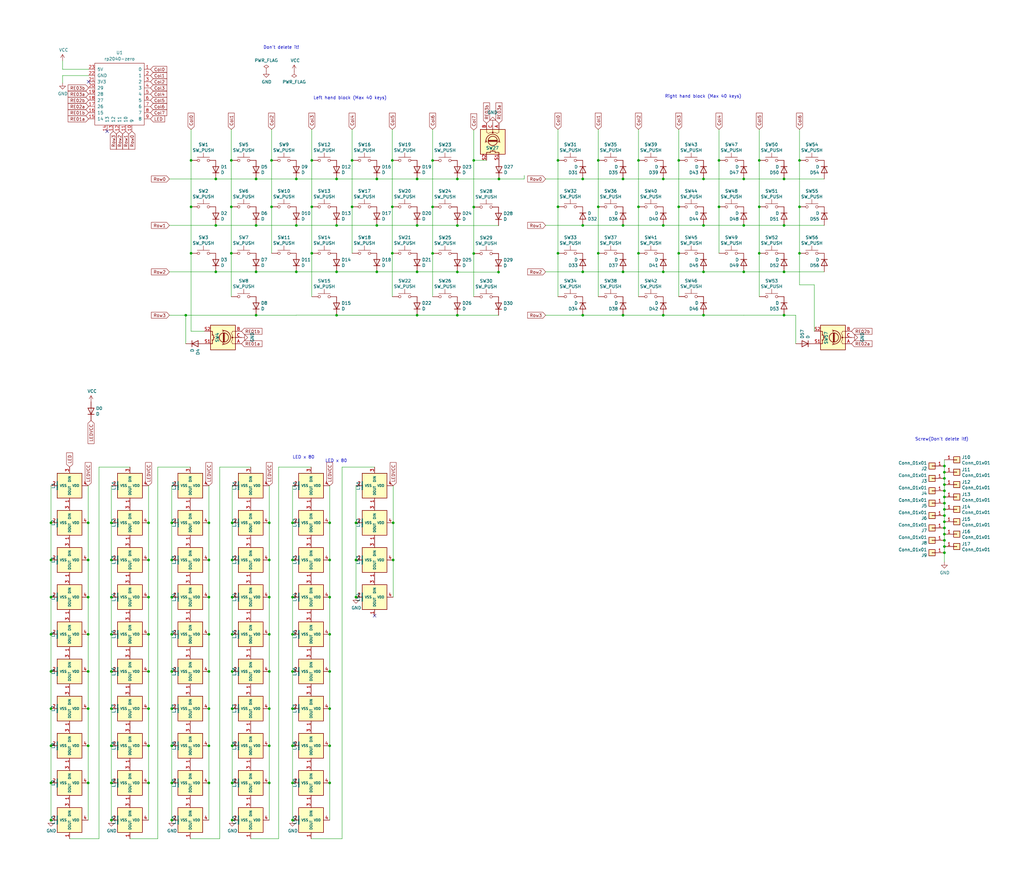
<source format=kicad_sch>
(kicad_sch (version 20250114) (generator "eeschema") (generator_version "9.0")
  (paper "User" 419.989 360.045)
  (text "LED x 80" (at 119.9782 188.3974 0) (effects (font (size 1.27 1.27)) (justify left bottom)))
  (text "Left hand block (Max 40 keys)" (at 128.524 41.021 0) (effects (font (size 1.27 1.27)) (justify left bottom)))
  (text "Screw(Don't delete it!)" (at 375.285 180.975 0) (effects (font (size 1.27 1.27)) (justify left bottom)))
  (text "LED x 80" (at 133.35 189.865 0) (effects (font (size 1.27 1.27)) (justify left bottom)))
  (text "Don't delete it!" (at 107.95 20.32 0) (effects (font (size 1.27 1.27)) (justify left bottom)))
  (text "Right hand block (Max 40 keys)" (at 272.669 40.386 0) (effects (font (size 1.27 1.27)) (justify left bottom)))
  (junction (at 160.909 84.836))
  (junction (at 105.029 129.286))
  (junction (at 135.2182 290.6324))
  (junction (at 228.854 84.8116))
  (junction (at 105.029 92.456))
  (junction (at 144.399 84.836))
  (junction (at 45.6832 229.6724))
  (junction (at 85.6882 244.9124))
  (junction (at 278.384 65.786))
  (junction (at 94.869 84.836))
  (junction (at 171.069 92.456))
  (junction (at 60.9232 275.3924))
  (junction (at 36.1582 244.9124))
  (junction (at 177.419 84.8727))
  (junction (at 327.914 65.786))
  (junction (at 305.054 73.406))
  (junction (at 36.1582 214.4324))
  (junction (at 154.559 111.506))
  (junction (at 85.6882 229.6724))
  (junction (at 119.9782 275.3924))
  (junction (at 204.47 111.5976))
  (junction (at 194.31 84.9245))
  (junction (at 110.4532 244.9124))
  (junction (at 45.6832 275.3924))
  (junction (at 110.4532 214.4324))
  (junction (at 255.524 92.456))
  (junction (at 20.9182 214.4324))
  (junction (at 20.9182 260.1524))
  (junction (at 288.544 92.456))
  (junction (at 228.854 103.886))
  (junction (at 321.564 111.506))
  (junction (at 387.35 219.075))
  (junction (at 60.9232 260.1524))
  (junction (at 387.35 193.675))
  (junction (at 85.6882 214.4324))
  (junction (at 177.419 65.8196))
  (junction (at 187.579 92.4927))
  (junction (at 387.35 213.995))
  (junction (at 311.404 65.786))
  (junction (at 187.579 111.5458))
  (junction (at 36.1582 305.8724))
  (junction (at 278.384 103.886))
  (junction (at 194.31 65.786))
  (junction (at 60.9232 214.4324))
  (junction (at 144.399 65.786))
  (junction (at 239.014 92.456))
  (junction (at 105.029 111.506))
  (junction (at 187.579 129.2993))
  (junction (at 146.0132 244.9124))
  (junction (at 135.2182 260.1524))
  (junction (at 45.6832 290.6324))
  (junction (at 110.4532 305.8724))
  (junction (at 121.539 73.406))
  (junction (at 387.35 221.615))
  (junction (at 311.404 84.836))
  (junction (at 228.854 65.7848))
  (junction (at 327.914 103.886))
  (junction (at 387.35 216.535))
  (junction (at 239.014 111.506))
  (junction (at 187.579 73.406))
  (junction (at 70.4482 260.1524))
  (junction (at 110.4532 275.3924))
  (junction (at 88.519 111.506))
  (junction (at 95.2132 229.6724))
  (junction (at 85.6882 305.8724))
  (junction (at 88.519 73.406))
  (junction (at 70.4482 305.8724))
  (junction (at 161.2532 214.4324))
  (junction (at 138.049 129.3051))
  (junction (at 387.35 196.215))
  (junction (at 119.9782 244.9124))
  (junction (at 138.049 73.406))
  (junction (at 305.054 92.456))
  (junction (at 387.35 206.375))
  (junction (at 20.9182 336.3524))
  (junction (at 288.544 73.406))
  (junction (at 194.31 103.9776))
  (junction (at 60.9232 229.6724))
  (junction (at 45.6832 305.8724))
  (junction (at 204.6418 73.406))
  (junction (at 20.9182 321.1124))
  (junction (at 111.379 65.786))
  (junction (at 272.034 129.286))
  (junction (at 105.029 73.406))
  (junction (at 119.9782 290.6324))
  (junction (at 85.6882 260.1524))
  (junction (at 45.6832 244.9124))
  (junction (at 95.2132 290.6324))
  (junction (at 255.524 129.286))
  (junction (at 321.564 73.406))
  (junction (at 135.2182 275.3924))
  (junction (at 272.034 73.406))
  (junction (at 154.559 92.456))
  (junction (at 70.4482 290.6324))
  (junction (at 36.1582 275.3924))
  (junction (at 311.404 103.886))
  (junction (at 36.1582 321.1124))
  (junction (at 387.35 224.155))
  (junction (at 261.874 103.886))
  (junction (at 127.889 84.836))
  (junction (at 138.049 92.456))
  (junction (at 387.35 198.755))
  (junction (at 78.359 84.836))
  (junction (at 36.1582 229.6724))
  (junction (at 272.034 111.506))
  (junction (at 321.564 129.2743))
  (junction (at 146.0132 229.6724))
  (junction (at 171.069 111.506))
  (junction (at 20.9182 244.9124))
  (junction (at 387.35 226.695))
  (junction (at 95.2132 305.8724))
  (junction (at 327.914 84.836))
  (junction (at 272.034 92.456))
  (junction (at 60.9232 290.6324))
  (junction (at 95.2132 214.4324))
  (junction (at 85.6882 290.6324))
  (junction (at 121.539 92.456))
  (junction (at 20.9182 290.6324))
  (junction (at 127.889 103.886))
  (junction (at 78.359 65.786))
  (junction (at 288.544 111.506))
  (junction (at 135.2182 305.8724))
  (junction (at 70.4482 321.1124))
  (junction (at 110.4532 229.6724))
  (junction (at 36.1582 290.6324))
  (junction (at 127.889 65.786))
  (junction (at 94.869 65.786))
  (junction (at 36.1582 260.1524))
  (junction (at 94.869 103.886))
  (junction (at 261.874 84.836))
  (junction (at 119.9782 229.6724))
  (junction (at 135.2182 214.4324))
  (junction (at 387.35 208.915))
  (junction (at 161.2532 229.6724))
  (junction (at 70.4482 275.3924))
  (junction (at 245.364 84.836))
  (junction (at 70.4482 336.3524))
  (junction (at 45.6832 214.4324))
  (junction (at 245.364 103.886))
  (junction (at 45.6832 336.3524))
  (junction (at 121.539 111.506))
  (junction (at 119.9782 260.1524))
  (junction (at 20.9182 229.6724))
  (junction (at 60.9232 321.1124))
  (junction (at 95.2132 336.3524))
  (junction (at 76.2 129.286))
  (junction (at 60.9232 244.9124))
  (junction (at 135.2182 229.6724))
  (junction (at 110.4532 260.1524))
  (junction (at 146.0132 214.4324))
  (junction (at 171.069 129.286))
  (junction (at 95.2132 244.9124))
  (junction (at 135.2182 244.9124))
  (junction (at 45.6832 260.1524))
  (junction (at 288.544 129.2564))
  (junction (at 20.9182 275.3924))
  (junction (at 111.379 84.836))
  (junction (at 45.6832 321.1124))
  (junction (at 119.9782 321.1124))
  (junction (at 88.519 92.456))
  (junction (at 177.419 103.9258))
  (junction (at 261.874 65.786))
  (junction (at 160.909 103.886))
  (junction (at 110.4532 321.1124))
  (junction (at 70.4482 244.9124))
  (junction (at 278.384 84.836))
  (junction (at 387.35 203.835))
  (junction (at 135.2182 321.1124))
  (junction (at 387.35 211.455))
  (junction (at 119.9782 214.4324))
  (junction (at 70.4482 214.4324))
  (junction (at 138.049 111.506))
  (junction (at 305.054 111.506))
  (junction (at 85.6882 275.3924))
  (junction (at 160.909 65.786))
  (junction (at 171.069 73.406))
  (junction (at 387.35 191.135))
  (junction (at 119.9782 305.8724))
  (junction (at 110.4532 290.6324))
  (junction (at 321.564 92.456))
  (junction (at 70.4482 229.6724))
  (junction (at 78.359 103.886))
  (junction (at 95.2132 321.1124))
  (junction (at 119.9782 336.3524))
  (junction (at 294.894 84.836))
  (junction (at 245.364 65.786))
  (junction (at 95.2132 260.1524))
  (junction (at 239.014 73.406))
  (junction (at 85.6882 321.1124))
  (junction (at 95.2132 275.3924))
  (junction (at 60.9232 305.8724))
  (junction (at 387.35 201.295))
  (junction (at 154.559 73.406))
  (junction (at 255.524 111.506))
  (junction (at 294.894 65.786))
  (junction (at 20.9182 305.8724))
  (junction (at 239.014 129.286))
  (junction (at 255.524 73.406))
  (no_connect (at 153.6332 252.5324))
  (no_connect (at 36.322 33.528))
  (no_connect (at 43.942 53.848))
  (wire (pts (xy 387.35 213.995) (xy 387.35 216.535)))
  (wire (pts (xy 294.894 84.836) (xy 294.894 103.886)))
  (wire (pts (xy 327.914 84.836) (xy 327.914 103.886)))
  (wire (pts (xy 194.31 65.786) (xy 194.31 84.9245)))
  (wire (pts (xy 387.35 191.135) (xy 387.35 193.675)))
  (wire (pts (xy 85.6882 229.6724) (xy 85.6882 244.9124)))
  (wire (pts (xy 36.1582 229.6724) (xy 36.1582 244.9124)))
  (wire (pts (xy 387.35 211.455) (xy 387.35 213.995)))
  (wire (pts (xy 144.399 84.836) (xy 144.399 103.886)))
  (wire (pts (xy 187.579 92.4927) (xy 204.47 92.4927)))
  (wire (pts (xy 105.029 92.456) (xy 121.539 92.456)))
  (wire (pts (xy 85.6882 305.8724) (xy 85.6882 321.1124)))
  (wire (pts (xy 146.0132 199.1924) (xy 146.0132 214.4324)))
  (wire (pts (xy 36.1582 214.4324) (xy 36.1582 229.6724)))
  (wire (pts (xy 187.579 129.2993) (xy 204.47 129.2993)))
  (wire (pts (xy 20.9182 290.6324) (xy 20.9182 305.8724)))
  (wire (pts (xy 45.6832 199.1924) (xy 45.6832 214.4324)))
  (wire (pts (xy 70.4482 275.3924) (xy 70.4482 290.6324)))
  (wire (pts (xy 110.4532 244.9124) (xy 110.4532 260.1524)))
  (wire (pts (xy 305.054 129.2564) (xy 305.054 129.286)))
  (wire (pts (xy 228.854 103.886) (xy 228.854 121.666)))
  (wire (pts (xy 272.034 129.286) (xy 288.544 129.286)))
  (wire (pts (xy 187.579 111.5976) (xy 204.47 111.5976)))
  (wire (pts (xy 272.034 111.506) (xy 288.544 111.506)))
  (wire (pts (xy 305.054 92.456) (xy 321.564 92.456)))
  (wire (pts (xy 327.914 116.84) (xy 327.914 103.886)))
  (wire (pts (xy 204.47 111.5578) (xy 204.47 111.5976)))
  (wire (pts (xy 36.1582 290.6324) (xy 36.1582 305.8724)))
  (wire (pts (xy 20.9182 321.1124) (xy 20.9182 336.3524)))
  (wire (pts (xy 135.2182 229.6724) (xy 135.2182 244.9124)))
  (wire (pts (xy 160.909 65.786) (xy 160.909 84.836)))
  (wire (pts (xy 45.6832 244.9124) (xy 45.6832 260.1524)))
  (wire (pts (xy 36.1582 244.9124) (xy 36.1582 260.1524)))
  (wire (pts (xy 146.0132 229.6724) (xy 146.0132 244.9124)))
  (wire (pts (xy 119.9782 275.3924) (xy 119.9782 290.6324)))
  (wire (pts (xy 60.9232 321.1124) (xy 60.9232 336.3524)))
  (wire (pts (xy 387.35 196.215) (xy 387.35 198.755)))
  (wire (pts (xy 187.579 92.456) (xy 187.579 92.4927)))
  (wire (pts (xy 278.384 84.836) (xy 278.384 103.886)))
  (wire (pts (xy 387.35 201.295) (xy 387.35 203.835)))
  (wire (pts (xy 20.9182 260.1524) (xy 20.9182 275.3924)))
  (wire (pts (xy 278.384 53.086) (xy 278.384 65.786)))
  (wire (pts (xy 121.539 129.2428) (xy 121.539 129.2893)))
  (wire (pts (xy 278.384 103.886) (xy 278.384 121.6364)))
  (wire (pts (xy 20.9182 244.9124) (xy 20.9182 260.1524)))
  (wire (pts (xy 28.5382 343.9724) (xy 40.6032 343.9724)))
  (wire (pts (xy 327.914 53.086) (xy 327.914 65.786)))
  (wire (pts (xy 204.47 129.2993) (xy 204.47 129.3511)))
  (wire (pts (xy 255.524 92.456) (xy 272.034 92.456)))
  (wire (pts (xy 95.2132 275.3924) (xy 95.2132 290.6324)))
  (wire (pts (xy 154.559 73.406) (xy 171.069 73.406)))
  (wire (pts (xy 85.6882 321.1124) (xy 85.6882 336.3524)))
  (wire (pts (xy 135.2182 214.4324) (xy 135.2182 229.6724)))
  (wire (pts (xy 36.322 28.448) (xy 25.654 28.448)))
  (wire (pts (xy 239.014 129.286) (xy 255.524 129.286)))
  (wire (pts (xy 88.519 111.506) (xy 69.469 111.506)))
  (wire (pts (xy 121.539 111.506) (xy 138.049 111.506)))
  (wire (pts (xy 119.9782 321.1124) (xy 119.9782 336.3524)))
  (wire (pts (xy 88.519 92.456) (xy 105.029 92.456)))
  (wire (pts (xy 95.2132 199.1924) (xy 95.2132 214.4324)))
  (wire (pts (xy 78.359 84.836) (xy 78.359 103.886)))
  (wire (pts (xy 387.35 206.375) (xy 387.35 208.915)))
  (wire (pts (xy 95.2132 229.6724) (xy 95.2132 244.9124)))
  (wire (pts (xy 127.889 53.086) (xy 127.889 65.786)))
  (wire (pts (xy 69.469 129.286) (xy 76.2 129.286)))
  (wire (pts (xy 144.399 65.786) (xy 144.399 84.836)))
  (wire (pts (xy 334.01 135.89) (xy 334.01 116.84)))
  (wire (pts (xy 261.874 103.886) (xy 261.874 121.666)))
  (wire (pts (xy 288.544 129.286) (xy 288.544 129.2564)))
  (wire (pts (xy 305.054 73.406) (xy 321.564 73.406)))
  (wire (pts (xy 110.4532 199.1924) (xy 110.4532 214.4324)))
  (wire (pts (xy 387.35 203.835) (xy 387.35 206.375)))
  (wire (pts (xy 161.2532 199.1924) (xy 161.2532 214.4324)))
  (wire (pts (xy 95.2132 260.1524) (xy 95.2132 275.3924)))
  (wire (pts (xy 60.9232 305.8724) (xy 60.9232 321.1124)))
  (wire (pts (xy 121.539 92.456) (xy 138.049 92.456)))
  (wire (pts (xy 85.6882 260.1524) (xy 85.6882 275.3924)))
  (wire (pts (xy 239.014 73.406) (xy 255.524 73.406)))
  (wire (pts (xy 114.2632 343.9724) (xy 114.2632 191.5724)))
  (wire (pts (xy 36.322 30.988) (xy 25.654 30.988)))
  (wire (pts (xy 288.544 111.506) (xy 305.054 111.506)))
  (wire (pts (xy 40.6032 191.5724) (xy 53.3032 191.5724)))
  (wire (pts (xy 334.01 116.84) (xy 327.914 116.84)))
  (wire (pts (xy 177.419 84.8727) (xy 177.419 103.9258)))
  (wire (pts (xy 135.2182 244.9124) (xy 135.2182 260.1524)))
  (wire (pts (xy 138.049 73.406) (xy 154.559 73.406)))
  (wire (pts (xy 387.35 208.915) (xy 387.35 211.455)))
  (wire (pts (xy 45.6832 321.1124) (xy 45.6832 336.3524)))
  (wire (pts (xy 140.2982 343.9724) (xy 140.2982 191.5724)))
  (wire (pts (xy 245.364 65.786) (xy 245.364 84.836)))
  (wire (pts (xy 85.6882 199.1924) (xy 85.6882 214.4324)))
  (wire (pts (xy 88.519 73.406) (xy 69.469 73.406)))
  (wire (pts (xy 135.2182 260.1524) (xy 135.2182 275.3924)))
  (wire (pts (xy 161.2532 214.4324) (xy 161.2532 229.6724)))
  (wire (pts (xy 83.82 135.89) (xy 78.359 135.89)))
  (wire (pts (xy 387.35 224.155) (xy 387.35 226.695)))
  (wire (pts (xy 110.4532 321.1124) (xy 110.4532 336.3524)))
  (wire (pts (xy 94.869 84.836) (xy 94.869 103.886)))
  (wire (pts (xy 60.9232 275.3924) (xy 60.9232 290.6324)))
  (wire (pts (xy 135.2182 199.1924) (xy 135.2182 214.4324)))
  (wire (pts (xy 70.4482 321.1124) (xy 70.4482 336.3524)))
  (wire (pts (xy 144.399 53.086) (xy 144.399 65.786)))
  (wire (pts (xy 161.2532 229.6724) (xy 161.2532 244.9124)))
  (wire (pts (xy 25.654 28.448) (xy 25.654 24.892)))
  (wire (pts (xy 138.049 92.456) (xy 154.559 92.456)))
  (wire (pts (xy 88.519 92.456) (xy 69.469 92.456)))
  (wire (pts (xy 94.869 65.786) (xy 94.869 84.836)))
  (wire (pts (xy 215.0271 71.9558) (xy 215.0271 73.406)))
  (wire (pts (xy 288.544 92.456) (xy 305.054 92.456)))
  (wire (pts (xy 121.539 73.406) (xy 138.049 73.406)))
  (wire (pts (xy 70.4482 290.6324) (xy 70.4482 305.8724)))
  (wire (pts (xy 138.049 111.506) (xy 154.559 111.506)))
  (wire (pts (xy 20.9182 305.8724) (xy 20.9182 321.1124)))
  (wire (pts (xy 53.3032 343.9724) (xy 64.7332 343.9724)))
  (wire (pts (xy 76.2 140.97) (xy 76.2 129.286)))
  (wire (pts (xy 78.359 53.086) (xy 78.359 65.786)))
  (wire (pts (xy 111.379 65.786) (xy 111.379 84.836)))
  (wire (pts (xy 105.029 111.506) (xy 121.539 111.506)))
  (wire (pts (xy 78.0682 343.9724) (xy 90.1332 343.9724)))
  (wire (pts (xy 70.4482 244.9124) (xy 70.4482 260.1524)))
  (wire (pts (xy 228.854 84.8116) (xy 228.854 103.886)))
  (wire (pts (xy 311.404 84.836) (xy 311.404 103.886)))
  (wire (pts (xy 105.029 129.286) (xy 121.539 129.286)))
  (wire (pts (xy 387.35 193.675) (xy 387.35 196.215)))
  (wire (pts (xy 177.419 65.8196) (xy 177.419 84.8727)))
  (wire (pts (xy 305.054 111.506) (xy 321.564 111.506)))
  (wire (pts (xy 327.914 65.786) (xy 327.914 84.836)))
  (wire (pts (xy 60.9232 260.1524) (xy 60.9232 275.3924)))
  (wire (pts (xy 321.564 111.506) (xy 338.074 111.506)))
  (wire (pts (xy 127.5982 343.9724) (xy 140.2982 343.9724)))
  (wire (pts (xy 187.579 73.406) (xy 204.6418 73.406)))
  (wire (pts (xy 45.6832 275.3924) (xy 45.6832 290.6324)))
  (wire (pts (xy 245.364 103.886) (xy 245.364 121.666)))
  (wire (pts (xy 138.049 129.3051) (xy 171.069 129.3051)))
  (wire (pts (xy 114.2632 191.5724) (xy 127.5982 191.5724)))
  (wire (pts (xy 255.524 73.406) (xy 272.034 73.406)))
  (wire (pts (xy 121.539 129.2428) (xy 138.049 129.2428)))
  (wire (pts (xy 70.4482 214.4324) (xy 70.4482 229.6724)))
  (wire (pts (xy 140.2982 191.5724) (xy 153.6332 191.5724)))
  (wire (pts (xy 90.1332 343.9724) (xy 90.1332 191.5724)))
  (wire (pts (xy 85.6882 290.6324) (xy 85.6882 305.8724)))
  (wire (pts (xy 36.1582 275.3924) (xy 36.1582 290.6324)))
  (wire (pts (xy 60.9232 214.4324) (xy 60.9232 229.6724)))
  (wire (pts (xy 294.894 53.086) (xy 294.894 65.786)))
  (wire (pts (xy 228.854 65.7848) (xy 228.854 84.8116)))
  (wire (pts (xy 387.35 219.075) (xy 387.35 221.615)))
  (wire (pts (xy 45.6832 290.6324) (xy 45.6832 305.8724)))
  (wire (pts (xy 187.579 73.406) (xy 187.579 73.4396)))
  (wire (pts (xy 78.359 65.786) (xy 78.359 84.836)))
  (wire (pts (xy 70.4482 260.1524) (xy 70.4482 275.3924)))
  (wire (pts (xy 20.9182 275.3924) (xy 20.9182 290.6324)))
  (wire (pts (xy 171.1215 129.2428) (xy 171.1215 129.286)))
  (wire (pts (xy 187.579 111.506) (xy 187.579 111.5458)))
  (wire (pts (xy 70.4482 229.6724) (xy 70.4482 244.9124)))
  (wire (pts (xy 154.559 92.456) (xy 171.069 92.456)))
  (wire (pts (xy 110.4532 214.4324) (xy 110.4532 229.6724)))
  (wire (pts (xy 194.31 84.9245) (xy 194.31 103.9776)))
  (wire (pts (xy 110.4532 305.8724) (xy 110.4532 321.1124)))
  (wire (pts (xy 94.869 103.886) (xy 94.869 121.666)))
  (wire (pts (xy 40.6032 343.9724) (xy 40.6032 191.5724)))
  (wire (pts (xy 239.014 73.406) (xy 239.014 73.4048)))
  (wire (pts (xy 261.874 65.786) (xy 261.874 84.836)))
  (wire (pts (xy 36.1582 305.8724) (xy 36.1582 321.1124)))
  (wire (pts (xy 60.9232 244.9124) (xy 60.9232 260.1524)))
  (wire (pts (xy 194.31 53.34) (xy 194.31 65.786)))
  (wire (pts (xy 311.404 53.086) (xy 311.404 65.786)))
  (wire (pts (xy 204.6418 73.406) (xy 215.0271 73.406)))
  (wire (pts (xy 119.9782 214.4324) (xy 119.9782 229.6724)))
  (wire (pts (xy 311.404 103.886) (xy 311.404 121.6543)))
  (wire (pts (xy 387.35 216.535) (xy 387.35 219.075)))
  (wire (pts (xy 94.869 53.086) (xy 94.869 65.786)))
  (wire (pts (xy 64.7332 343.9724) (xy 64.7332 191.5724)))
  (wire (pts (xy 154.559 111.506) (xy 171.069 111.506)))
  (wire (pts (xy 261.874 53.086) (xy 261.874 65.786)))
  (wire (pts (xy 88.519 111.506) (xy 105.029 111.506)))
  (wire (pts (xy 127.889 103.886) (xy 127.889 121.6851)))
  (wire (pts (xy 171.069 129.286) (xy 187.579 129.286)))
  (wire (pts (xy 85.6882 214.4324) (xy 85.6882 229.6724)))
  (wire (pts (xy 60.9232 290.6324) (xy 60.9232 305.8724)))
  (wire (pts (xy 95.2132 214.4324) (xy 95.2132 229.6724)))
  (wire (pts (xy 387.35 198.755) (xy 387.35 201.295)))
  (wire (pts (xy 294.894 65.786) (xy 294.894 84.836)))
  (wire (pts (xy 171.069 129.3051) (xy 171.069 129.286)))
  (wire (pts (xy 111.379 84.836) (xy 111.379 103.886)))
  (wire (pts (xy 110.4532 229.6724) (xy 110.4532 244.9124)))
  (wire (pts (xy 119.9782 305.8724) (xy 119.9782 321.1124)))
  (wire (pts (xy 187.579 129.286) (xy 187.579 129.2993)))
  (wire (pts (xy 387.35 188.595) (xy 387.35 191.135)))
  (wire (pts (xy 245.364 84.836) (xy 245.364 103.886)))
  (wire (pts (xy 255.524 111.506) (xy 272.034 111.506)))
  (wire (pts (xy 111.379 53.086) (xy 111.379 65.786)))
  (wire (pts (xy 105.029 73.406) (xy 121.539 73.406)))
  (wire (pts (xy 171.069 92.456) (xy 187.579 92.456)))
  (wire (pts (xy 177.419 103.9258) (xy 177.419 121.6793)))
  (wire (pts (xy 70.4482 305.8724) (xy 70.4482 321.1124)))
  (wire (pts (xy 76.2 129.286) (xy 105.029 129.286)))
  (wire (pts (xy 119.9782 260.1524) (xy 119.9782 275.3924)))
  (wire (pts (xy 36.1582 260.1524) (xy 36.1582 275.3924)))
  (wire (pts (xy 45.6832 260.1524) (xy 45.6832 275.3924)))
  (wire (pts (xy 223.774 129.286) (xy 239.014 129.286)))
  (wire (pts (xy 60.9232 229.6724) (xy 60.9232 244.9124)))
  (wire (pts (xy 278.384 65.786) (xy 278.384 84.836)))
  (wire (pts (xy 160.909 103.886) (xy 160.909 121.666)))
  (wire (pts (xy 135.2182 275.3924) (xy 135.2182 290.6324)))
  (wire (pts (xy 110.4532 260.1524) (xy 110.4532 275.3924)))
  (wire (pts (xy 45.6832 305.8724) (xy 45.6832 321.1124)))
  (wire (pts (xy 321.564 129.2564) (xy 321.564 129.2743)))
  (wire (pts (xy 288.544 73.406) (xy 305.054 73.406)))
  (wire (pts (xy 135.2182 321.1124) (xy 135.2182 336.3524)))
  (wire (pts (xy 127.889 65.786) (xy 127.889 84.836)))
  (wire (pts (xy 95.2132 244.9124) (xy 95.2132 260.1524)))
  (wire (pts (xy 78.359 135.89) (xy 78.359 103.886)))
  (wire (pts (xy 321.564 92.456) (xy 338.074 92.456)))
  (wire (pts (xy 160.909 84.836) (xy 160.909 103.886)))
  (wire (pts (xy 387.35 226.695) (xy 387.35 230.505)))
  (wire (pts (xy 311.404 65.786) (xy 311.404 84.836)))
  (wire (pts (xy 194.31 65.786) (xy 199.5618 65.786)))
  (wire (pts (xy 90.1332 191.5724) (xy 102.8332 191.5724)))
  (wire (pts (xy 110.4532 290.6324) (xy 110.4532 305.8724)))
  (wire (pts (xy 70.4482 199.1924) (xy 70.4482 214.4324)))
  (wire (pts (xy 20.9182 199.1924) (xy 20.9182 214.4324)))
  (wire (pts (xy 102.8332 343.9724) (xy 114.2632 343.9724)))
  (wire (pts (xy 239.014 92.456) (xy 239.014 92.4316)))
  (wire (pts (xy 204.47 92.4927) (xy 204.47 92.5445)))
  (wire (pts (xy 160.909 53.086) (xy 160.909 65.786)))
  (wire (pts (xy 387.35 221.615) (xy 387.35 224.155)))
  (wire (pts (xy 223.774 92.456) (xy 239.014 92.456)))
  (wire (pts (xy 85.6882 275.3924) (xy 85.6882 290.6324)))
  (wire (pts (xy 187.579 111.5458) (xy 187.579 111.5976)))
  (wire (pts (xy 223.774 73.406) (xy 239.014 73.406)))
  (wire (pts (xy 171.069 73.406) (xy 187.579 73.406)))
  (wire (pts (xy 25.654 30.988) (xy 25.654 34.036)))
  (wire (pts (xy 95.2132 321.1124) (xy 95.2132 336.3524)))
  (wire (pts (xy 255.524 129.286) (xy 272.034 129.286)))
  (wire (pts (xy 36.1582 199.1924) (xy 36.1582 214.4324)))
  (wire (pts (xy 171.069 111.506) (xy 187.579 111.506)))
  (wire (pts (xy 20.9182 214.4324) (xy 20.9182 229.6724)))
  (wire (pts (xy 194.31 103.9776) (xy 194.31 121.7311)))
  (wire (pts (xy 228.854 53.086) (xy 228.854 65.7848)))
  (wire (pts (xy 146.0132 214.4324) (xy 146.0132 229.6724)))
  (wire (pts (xy 288.544 129.2564) (xy 321.564 129.2564)))
  (wire (pts (xy 119.9782 229.6724) (xy 119.9782 244.9124)))
  (wire (pts (xy 177.419 53.086) (xy 177.419 65.8196)))
  (wire (pts (xy 119.9782 244.9124) (xy 119.9782 260.1524)))
  (wire (pts (xy 245.364 53.086) (xy 245.364 65.786)))
  (wire (pts (xy 95.2132 305.8724) (xy 95.2132 321.1124)))
  (wire (pts (xy 110.4532 275.3924) (xy 110.4532 290.6324)))
  (wire (pts (xy 119.9782 290.6324) (xy 119.9782 305.8724)))
  (wire (pts (xy 326.39 129.2743) (xy 321.564 129.2743)))
  (wire (pts (xy 64.7332 191.5724) (xy 78.0682 191.5724)))
  (wire (pts (xy 88.519 73.406) (xy 105.029 73.406)))
  (wire (pts (xy 239.014 92.456) (xy 255.524 92.456)))
  (wire (pts (xy 85.6882 244.9124) (xy 85.6882 260.1524)))
  (wire (pts (xy 60.9232 199.1924) (xy 60.9232 214.4324)))
  (wire (pts (xy 45.6832 214.4324) (xy 45.6832 229.6724)))
  (wire (pts (xy 36.1582 321.1124) (xy 36.1582 336.3524)))
  (wire (pts (xy 135.2182 305.8724) (xy 135.2182 321.1124)))
  (wire (pts (xy 239.014 111.506) (xy 255.524 111.506)))
  (wire (pts (xy 119.9782 199.1924) (xy 119.9782 214.4324)))
  (wire (pts (xy 272.034 92.456) (xy 288.544 92.456)))
  (wire (pts (xy 127.889 84.836) (xy 127.889 103.886)))
  (wire (pts (xy 223.774 111.506) (xy 239.014 111.506)))
  (wire (pts (xy 95.2132 290.6324) (xy 95.2132 305.8724)))
  (wire (pts (xy 138.049 129.2428) (xy 138.049 129.3051)))
  (wire (pts (xy 261.874 84.836) (xy 261.874 103.886)))
  (wire (pts (xy 45.6832 229.6724) (xy 45.6832 244.9124)))
  (wire (pts (xy 135.2182 290.6324) (xy 135.2182 305.8724)))
  (wire (pts (xy 326.39 140.97) (xy 326.39 129.2743)))
  (wire (pts (xy 321.564 73.406) (xy 338.074 73.406)))
  (wire (pts (xy 272.034 73.406) (xy 288.544 73.406)))
  (wire (pts (xy 20.9182 229.6724) (xy 20.9182 244.9124)))
  (global_label "Row1" (shape input) (at 69.469 92.456 180) (property "Intersheetrefs" "${INTERSHEET_REFS}" (effects (hide yes))))
  (global_label "Col3" (shape input) (at 61.722 36.068 0) (property "Intersheetrefs" "${INTERSHEET_REFS}" (effects (hide yes))))
  (global_label "Col3" (shape input) (at 278.384 53.086 90) (property "Intersheetrefs" "${INTERSHEET_REFS}" (effects (hide yes))))
  (global_label "LED" (shape input) (at 61.722 48.768 0) (property "Intersheetrefs" "${INTERSHEET_REFS}" (effects (hide yes))))
  (global_label "Row0" (shape input) (at 69.469 73.406 180) (property "Intersheetrefs" "${INTERSHEET_REFS}" (effects (hide yes))))
  (global_label "LEDVCC" (shape input) (at 36.1582 199.1924 90) (property "Intersheetrefs" "${INTERSHEET_REFS}" (effects (hide yes))))
  (global_label "Col0" (shape input) (at 61.722 28.448 0) (property "Intersheetrefs" "${INTERSHEET_REFS}" (effects (hide yes))))
  (global_label "Col0" (shape input) (at 78.359 53.086 90) (property "Intersheetrefs" "${INTERSHEET_REFS}" (effects (hide yes))))
  (global_label "Col5" (shape input) (at 61.722 41.148 0) (property "Intersheetrefs" "${INTERSHEET_REFS}" (effects (hide yes))))
  (global_label "RE03a" (shape input) (at 36.322 38.608 180) (property "Intersheetrefs" "${INTERSHEET_REFS}" (effects (hide yes))))
  (global_label "LEDVCC" (shape input) (at 37.338 172.466 270) (property "Intersheetrefs" "${INTERSHEET_REFS}" (effects (hide yes))))
  (global_label "Col4" (shape input) (at 61.722 38.608 0) (property "Intersheetrefs" "${INTERSHEET_REFS}" (effects (hide yes))))
  (global_label "Row0" (shape input) (at 223.774 73.406 180) (property "Intersheetrefs" "${INTERSHEET_REFS}" (effects (hide yes))))
  (global_label "RE01b" (shape input) (at 99.06 135.89 0) (property "Intersheetrefs" "${INTERSHEET_REFS}" (effects (hide yes))))
  (global_label "Col6" (shape input) (at 327.914 53.086 90) (property "Intersheetrefs" "${INTERSHEET_REFS}" (effects (hide yes))))
  (global_label "Row3" (shape input) (at 46.482 53.848 270) (property "Intersheetrefs" "${INTERSHEET_REFS}" (effects (hide yes))))
  (global_label "Col7" (shape input) (at 61.722 46.228 0) (property "Intersheetrefs" "${INTERSHEET_REFS}" (effects (hide yes))))
  (global_label "RE02b" (shape input) (at 36.322 41.148 180) (property "Intersheetrefs" "${INTERSHEET_REFS}" (effects (hide yes))))
  (global_label "Col2" (shape input) (at 61.722 33.528 0) (property "Intersheetrefs" "${INTERSHEET_REFS}" (effects (hide yes))))
  (global_label "Col1" (shape input) (at 94.869 53.086 90) (property "Intersheetrefs" "${INTERSHEET_REFS}" (effects (hide yes))))
  (global_label "LED" (shape input) (at 28.5382 191.5724 90) (property "Intersheetrefs" "${INTERSHEET_REFS}" (effects (hide yes))))
  (global_label "RE02a" (shape input) (at 36.322 43.688 180) (property "Intersheetrefs" "${INTERSHEET_REFS}" (effects (hide yes))))
  (global_label "Col7" (shape input) (at 194.31 53.34 90) (property "Intersheetrefs" "${INTERSHEET_REFS}" (effects (hide yes))))
  (global_label "Col0" (shape input) (at 228.854 53.086 90) (property "Intersheetrefs" "${INTERSHEET_REFS}" (effects (hide yes))))
  (global_label "LEDVCC" (shape input) (at 85.6882 199.1924 90) (property "Intersheetrefs" "${INTERSHEET_REFS}" (effects (hide yes))))
  (global_label "RE02a" (shape input) (at 349.25 140.97 0) (property "Intersheetrefs" "${INTERSHEET_REFS}" (effects (hide yes))))
  (global_label "Col2" (shape input) (at 111.379 53.086 90) (property "Intersheetrefs" "${INTERSHEET_REFS}" (effects (hide yes))))
  (global_label "LEDVCC" (shape input) (at 135.2182 199.1924 90) (property "Intersheetrefs" "${INTERSHEET_REFS}" (effects (hide yes))))
  (global_label "LEDVCC" (shape input) (at 110.4532 199.1924 90) (property "Intersheetrefs" "${INTERSHEET_REFS}" (effects (hide yes))))
  (global_label "Col5" (shape input) (at 311.404 53.086 90) (property "Intersheetrefs" "${INTERSHEET_REFS}" (effects (hide yes))))
  (global_label "Row3" (shape input) (at 69.469 129.286 180) (property "Intersheetrefs" "${INTERSHEET_REFS}" (effects (hide yes))))
  (global_label "RE03a" (shape input) (at 204.6418 50.546 90) (property "Intersheetrefs" "${INTERSHEET_REFS}" (effects (hide yes))))
  (global_label "LEDVCC" (shape input) (at 60.9232 199.1924 90) (property "Intersheetrefs" "${INTERSHEET_REFS}" (effects (hide yes))))
  (global_label "Row0" (shape input) (at 54.102 53.848 270) (property "Intersheetrefs" "${INTERSHEET_REFS}" (effects (hide yes))))
  (global_label "RE01b" (shape input) (at 36.322 46.228 180) (property "Intersheetrefs" "${INTERSHEET_REFS}" (effects (hide yes))))
  (global_label "Col1" (shape input) (at 61.722 30.988 0) (property "Intersheetrefs" "${INTERSHEET_REFS}" (effects (hide yes))))
  (global_label "RE03b" (shape input) (at 36.322 36.068 180) (property "Intersheetrefs" "${INTERSHEET_REFS}" (effects (hide yes))))
  (global_label "Row2" (shape input) (at 49.022 53.848 270) (property "Intersheetrefs" "${INTERSHEET_REFS}" (effects (hide yes))))
  (global_label "Col3" (shape input) (at 127.889 53.086 90) (property "Intersheetrefs" "${INTERSHEET_REFS}" (effects (hide yes))))
  (global_label "Col5" (shape input) (at 160.909 53.086 90) (property "Intersheetrefs" "${INTERSHEET_REFS}" (effects (hide yes))))
  (global_label "Col4" (shape input) (at 294.894 53.086 90) (property "Intersheetrefs" "${INTERSHEET_REFS}" (effects (hide yes))))
  (global_label "Row2" (shape input) (at 69.469 111.506 180) (property "Intersheetrefs" "${INTERSHEET_REFS}" (effects (hide yes))))
  (global_label "Col4" (shape input) (at 144.399 53.086 90) (property "Intersheetrefs" "${INTERSHEET_REFS}" (effects (hide yes))))
  (global_label "Row2" (shape input) (at 223.774 111.506 180) (property "Intersheetrefs" "${INTERSHEET_REFS}" (effects (hide yes))))
  (global_label "RE01a" (shape input) (at 99.06 140.97 0) (property "Intersheetrefs" "${INTERSHEET_REFS}" (effects (hide yes))))
  (global_label "LEDVCC" (shape input) (at 161.2532 199.1924 90) (property "Intersheetrefs" "${INTERSHEET_REFS}" (effects (hide yes))))
  (global_label "RE03b" (shape input) (at 199.5618 50.546 90) (property "Intersheetrefs" "${INTERSHEET_REFS}" (effects (hide yes))))
  (global_label "Row1" (shape input) (at 51.562 53.848 270) (property "Intersheetrefs" "${INTERSHEET_REFS}" (effects (hide yes))))
  (global_label "RE02b" (shape input) (at 349.25 135.89 0) (property "Intersheetrefs" "${INTERSHEET_REFS}" (effects (hide yes))))
  (global_label "Col2" (shape input) (at 261.874 53.086 90) (property "Intersheetrefs" "${INTERSHEET_REFS}" (effects (hide yes))))
  (global_label "Col6" (shape input) (at 177.419 53.086 90) (property "Intersheetrefs" "${INTERSHEET_REFS}" (effects (hide yes))))
  (global_label "Row1" (shape input) (at 223.774 92.456 180) (property "Intersheetrefs" "${INTERSHEET_REFS}" (effects (hide yes))))
  (global_label "Row3" (shape input) (at 223.774 129.286 180) (property "Intersheetrefs" "${INTERSHEET_REFS}" (effects (hide yes))))
  (global_label "Col1" (shape input) (at 245.364 53.086 90) (property "Intersheetrefs" "${INTERSHEET_REFS}" (effects (hide yes))))
  (global_label "Col6" (shape input) (at 61.722 43.688 0) (property "Intersheetrefs" "${INTERSHEET_REFS}" (effects (hide yes))))
  (global_label "RE01a" (shape input) (at 36.322 48.768 180) (property "Intersheetrefs" "${INTERSHEET_REFS}" (effects (hide yes))))
  (symbol (lib_id "power:PWR_FLAG") (at 109.22 29.21 0) (unit 1)
    (property "Reference" "#FLG01" (effects (hide yes)))
    (property "Value" "PWR_FLAG" (at 109.22 24.7904 0))
  )
  (symbol (lib_id "power:PWR_FLAG") (at 120.65 29.21 180) (unit 1)
    (property "Reference" "#FLG02" (effects (hide yes)))
    (property "Value" "PWR_FLAG" (at 120.65 33.6042 0))
  )
  (symbol (lib_id "power:GND") (at 109.22 29.21 0) (unit 1)
    (property "Reference" "#PWR010" (effects (hide yes)))
    (property "Value" "GND" (at 109.347 33.6042 0))
  )
  (symbol (lib_id "power:VCC") (at 120.65 29.21 0) (unit 1)
    (property "Reference" "#PWR012" (effects (hide yes)))
    (property "Value" "VCC" (at 121.0818 24.8158 0))
  )
  (symbol (lib_id "Switch:SW_Push") (at 99.949 65.786 0) (unit 1)
    (property "Reference" "SW5" (at 99.949 59.309 0))
    (property "Value" "SW_PUSH" (at 99.949 61.6204 0))
    (property "Footprint" "kbd_SW:Choc_v2_Hotswap_1u" (effects (hide yes)))
  )
  (symbol (lib_id "Switch:SW_Push") (at 83.439 65.786 0) (unit 1)
    (property "Reference" "SW1" (at 83.439 59.309 0))
    (property "Value" "SW_PUSH" (at 83.439 61.6204 0))
    (property "Footprint" "kbd_SW:Choc_v2_Hotswap_1u" (effects (hide yes)))
  )
  (symbol (lib_id "Switch:SW_Push") (at 83.439 84.836 0) (unit 1)
    (property "Reference" "SW2" (at 83.439 78.359 0))
    (property "Value" "SW_PUSH" (at 83.439 80.6704 0))
    (property "Footprint" "kbd_SW:Choc_v2_Hotswap_1u" (effects (hide yes)))
  )
  (symbol (lib_id "Switch:SW_Push") (at 99.949 84.836 0) (unit 1)
    (property "Reference" "SW6" (at 99.949 78.359 0))
    (property "Value" "SW_PUSH" (at 99.949 80.6704 0))
    (property "Footprint" "kbd_SW:Choc_v2_Hotswap_1u" (effects (hide yes)))
  )
  (symbol (lib_id "Device:D") (at 88.519 69.596 90) (unit 1)
    (property "Reference" "D1" (at 90.5256 68.4276 90) (effects (justify right)))
    (property "Value" "D" (at 90.5256 70.739 90) (effects (justify right)))
    (property "Footprint" "kbd_Parts:Diode_SMD" (effects (hide yes)))
  )
  (symbol (lib_id "Device:D") (at 105.029 69.596 90) (unit 1)
    (property "Reference" "D5" (at 107.0356 68.4276 90) (effects (justify right)))
    (property "Value" "D" (at 107.0356 70.739 90) (effects (justify right)))
    (property "Footprint" "kbd_Parts:Diode_SMD" (effects (hide yes)))
  )
  (symbol (lib_id "Device:D") (at 105.029 88.646 90) (unit 1)
    (property "Reference" "D6" (at 107.0356 87.4776 90) (effects (justify right)))
    (property "Value" "D" (at 107.0356 89.789 90) (effects (justify right)))
    (property "Footprint" "kbd_Parts:Diode_SMD" (effects (hide yes)))
  )
  (symbol (lib_id "Device:D") (at 88.519 88.646 90) (unit 1)
    (property "Reference" "D2" (at 90.5256 87.4776 90) (effects (justify right)))
    (property "Value" "D" (at 90.5256 89.789 90) (effects (justify right)))
    (property "Footprint" "kbd_Parts:Diode_SMD" (effects (hide yes)))
  )
  (symbol (lib_id "Switch:SW_Push") (at 132.969 65.786 0) (unit 1)
    (property "Reference" "SW12" (at 132.969 59.309 0))
    (property "Value" "SW_PUSH" (at 132.969 61.6204 0))
    (property "Footprint" "kbd_SW:Choc_v2_Hotswap_1u" (effects (hide yes)))
  )
  (symbol (lib_id "Switch:SW_Push") (at 149.479 65.786 0) (unit 1)
    (property "Reference" "SW16" (at 149.479 59.309 0))
    (property "Value" "SW_PUSH" (at 149.479 61.6204 0))
    (property "Footprint" "kbd_SW:Choc_v2_Hotswap_1u" (effects (hide yes)))
  )
  (symbol (lib_id "Switch:SW_Push") (at 165.989 65.786 0) (unit 1)
    (property "Reference" "SW19" (at 165.989 59.309 0))
    (property "Value" "SW_PUSH" (at 165.989 61.6204 0))
    (property "Footprint" "kbd_SW:Choc_v2_Hotswap_1u" (effects (hide yes)))
  )
  (symbol (lib_id "Switch:SW_Push") (at 116.459 65.786 0) (unit 1)
    (property "Reference" "SW9" (at 116.459 59.309 0))
    (property "Value" "SW_PUSH" (at 116.459 61.6204 0))
    (property "Footprint" "kbd_SW:Choc_v2_Hotswap_1u" (effects (hide yes)))
  )
  (symbol (lib_id "Switch:SW_Push") (at 132.969 103.886 0) (unit 1)
    (property "Reference" "SW14" (at 132.969 97.409 0))
    (property "Value" "SW_PUSH" (at 132.969 99.7204 0))
    (property "Footprint" "kbd_SW:Choc_v2_Hotswap_1u" (effects (hide yes)))
  )
  (symbol (lib_id "Switch:SW_Push") (at 132.969 84.836 0) (unit 1)
    (property "Reference" "SW13" (at 132.969 78.359 0))
    (property "Value" "SW_PUSH" (at 132.969 80.6704 0))
    (property "Footprint" "kbd_SW:Choc_v2_Hotswap_1u" (effects (hide yes)))
  )
  (symbol (lib_id "Switch:SW_Push") (at 149.479 84.836 0) (unit 1)
    (property "Reference" "SW17" (at 149.479 78.359 0))
    (property "Value" "SW_PUSH" (at 149.479 80.6704 0))
    (property "Footprint" "kbd_SW:Choc_v2_Hotswap_1u" (effects (hide yes)))
  )
  (symbol (lib_id "Switch:SW_Push") (at 165.989 84.836 0) (unit 1)
    (property "Reference" "SW20" (at 165.989 78.359 0))
    (property "Value" "SW_PUSH" (at 165.989 80.6704 0))
    (property "Footprint" "kbd_SW:Choc_v2_Hotswap_1u" (effects (hide yes)))
  )
  (symbol (lib_id "Switch:SW_Push") (at 116.459 84.836 0) (unit 1)
    (property "Reference" "SW10" (at 116.459 78.359 0))
    (property "Value" "SW_PUSH" (at 116.459 80.6704 0))
    (property "Footprint" "kbd_SW:Choc_v2_Hotswap_1u" (effects (hide yes)))
  )
  (symbol (lib_id "Switch:SW_Push") (at 83.439 103.886 0) (unit 1)
    (property "Reference" "SW3" (at 83.439 97.409 0))
    (property "Value" "SW_PUSH" (at 83.439 99.7204 0))
    (property "Footprint" "kbd_SW:Choc_v2_Hotswap_1u" (effects (hide yes)))
  )
  (symbol (lib_id "Switch:SW_Push") (at 99.949 103.886 0) (unit 1)
    (property "Reference" "SW7" (at 99.949 97.409 0))
    (property "Value" "SW_PUSH" (at 99.949 99.7204 0))
    (property "Footprint" "kbd_SW:Choc_v2_Hotswap_1u" (effects (hide yes)))
  )
  (symbol (lib_id "Switch:SW_Push") (at 116.459 103.886 0) (unit 1)
    (property "Reference" "SW11" (at 116.459 97.409 0))
    (property "Value" "SW_PUSH" (at 116.459 99.7204 0))
    (property "Footprint" "kbd_SW:Choc_v2_Hotswap_1u" (effects (hide yes)))
  )
  (symbol (lib_id "Switch:SW_Push") (at 149.479 103.886 0) (unit 1)
    (property "Reference" "SW18" (at 149.479 97.409 0))
    (property "Value" "SW_PUSH" (at 149.479 99.7204 0))
    (property "Footprint" "kbd_SW:Choc_v2_Hotswap_1u" (effects (hide yes)))
  )
  (symbol (lib_id "Switch:SW_Push") (at 165.989 103.886 0) (unit 1)
    (property "Reference" "SW21" (at 165.989 97.409 0))
    (property "Value" "SW_PUSH" (at 165.989 99.7204 0))
    (property "Footprint" "kbd_SW:Choc_v2_Hotswap_1u" (effects (hide yes)))
  )
  (symbol (lib_id "Device:D") (at 121.539 69.596 90) (unit 1)
    (property "Reference" "D9" (at 123.5456 68.4276 90) (effects (justify right)))
    (property "Value" "D" (at 123.5456 70.739 90) (effects (justify right)))
    (property "Footprint" "kbd_Parts:Diode_SMD" (effects (hide yes)))
  )
  (symbol (lib_id "Device:D") (at 138.049 69.596 90) (unit 1)
    (property "Reference" "D12" (at 140.0556 68.4276 90) (effects (justify right)))
    (property "Value" "D" (at 140.0556 70.739 90) (effects (justify right)))
    (property "Footprint" "kbd_Parts:Diode_SMD" (effects (hide yes)))
  )
  (symbol (lib_id "Device:D") (at 154.559 69.596 90) (unit 1)
    (property "Reference" "D16" (at 156.5656 68.4276 90) (effects (justify right)))
    (property "Value" "D" (at 156.5656 70.739 90) (effects (justify right)))
    (property "Footprint" "kbd_Parts:Diode_SMD" (effects (hide yes)))
  )
  (symbol (lib_id "Device:D") (at 171.069 69.596 90) (unit 1)
    (property "Reference" "D19" (at 173.0756 68.4276 90) (effects (justify right)))
    (property "Value" "D" (at 173.0756 70.739 90) (effects (justify right)))
    (property "Footprint" "kbd_Parts:Diode_SMD" (effects (hide yes)))
  )
  (symbol (lib_id "Device:D") (at 171.069 88.646 90) (unit 1)
    (property "Reference" "D20" (at 173.0756 87.4776 90) (effects (justify right)))
    (property "Value" "D" (at 173.0756 89.789 90) (effects (justify right)))
    (property "Footprint" "kbd_Parts:Diode_SMD" (effects (hide yes)))
  )
  (symbol (lib_id "Device:D") (at 171.069 107.696 90) (unit 1)
    (property "Reference" "D21" (at 173.0756 106.5276 90) (effects (justify right)))
    (property "Value" "D" (at 173.0756 108.839 90) (effects (justify right)))
    (property "Footprint" "kbd_Parts:Diode_SMD" (effects (hide yes)))
  )
  (symbol (lib_id "Device:D") (at 171.069 125.476 90) (unit 1)
    (property "Reference" "D22" (at 173.0756 124.3076 90) (effects (justify right)))
    (property "Value" "D" (at 173.0756 126.619 90) (effects (justify right)))
    (property "Footprint" "kbd_Parts:Diode_SMD" (effects (hide yes)))
  )
  (symbol (lib_id "Device:D") (at 154.559 107.696 90) (unit 1)
    (property "Reference" "D18" (at 156.5656 106.5276 90) (effects (justify right)))
    (property "Value" "D" (at 156.5656 108.839 90) (effects (justify right)))
    (property "Footprint" "kbd_Parts:Diode_SMD" (effects (hide yes)))
  )
  (symbol (lib_id "Device:D") (at 154.559 88.646 90) (unit 1)
    (property "Reference" "D17" (at 156.5656 87.4776 90) (effects (justify right)))
    (property "Value" "D" (at 156.5656 89.789 90) (effects (justify right)))
    (property "Footprint" "kbd_Parts:Diode_SMD" (effects (hide yes)))
  )
  (symbol (lib_id "Device:D") (at 138.049 88.646 90) (unit 1)
    (property "Reference" "D13" (at 140.0556 87.4776 90) (effects (justify right)))
    (property "Value" "D" (at 140.0556 89.789 90) (effects (justify right)))
    (property "Footprint" "kbd_Parts:Diode_SMD" (effects (hide yes)))
  )
  (symbol (lib_id "Device:D") (at 121.539 88.646 90) (unit 1)
    (property "Reference" "D10" (at 123.5456 87.4776 90) (effects (justify right)))
    (property "Value" "D" (at 123.5456 89.789 90) (effects (justify right)))
    (property "Footprint" "kbd_Parts:Diode_SMD" (effects (hide yes)))
  )
  (symbol (lib_id "Device:D") (at 121.539 107.696 90) (unit 1)
    (property "Reference" "D11" (at 123.5456 106.5276 90) (effects (justify right)))
    (property "Value" "D" (at 123.5456 108.839 90) (effects (justify right)))
    (property "Footprint" "kbd_Parts:Diode_SMD" (effects (hide yes)))
  )
  (symbol (lib_id "Device:D") (at 138.049 107.696 90) (unit 1)
    (property "Reference" "D14" (at 140.0556 106.5276 90) (effects (justify right)))
    (property "Value" "D" (at 140.0556 108.839 90) (effects (justify right)))
    (property "Footprint" "kbd_Parts:Diode_SMD" (effects (hide yes)))
  )
  (symbol (lib_id "Device:D") (at 105.029 107.696 90) (unit 1)
    (property "Reference" "D7" (at 107.0356 106.5276 90) (effects (justify right)))
    (property "Value" "D" (at 107.0356 108.839 90) (effects (justify right)))
    (property "Footprint" "kbd_Parts:Diode_SMD" (effects (hide yes)))
  )
  (symbol (lib_id "Device:D") (at 88.519 107.696 90) (unit 1)
    (property "Reference" "D3" (at 90.5256 106.5276 90) (effects (justify right)))
    (property "Value" "D" (at 90.5256 108.839 90) (effects (justify right)))
    (property "Footprint" "kbd_Parts:Diode_SMD" (effects (hide yes)))
  )
  (symbol (lib_id "Device:D") (at 80.01 140.97 0) (unit 1)
    (property "Reference" "D4" (at 81.1784 142.9766 90) (effects (justify right)))
    (property "Value" "D" (at 78.867 142.9766 90) (effects (justify right)))
    (property "Footprint" "kbd_Parts:Diode_SMD" (effects (hide yes)))
  )
  (symbol (lib_id "Connector_Generic:Conn_01x01") (at 392.43 208.915 0) (unit 1)
    (property "Reference" "J14" (at 394.462 207.8482 0) (effects (justify left)))
    (property "Value" "Conn_01x01" (at 394.462 210.1596 0) (effects (justify left)))
    (property "Footprint" "kbd_Hole:m2_Screw_Hole_Fab" (effects (hide yes)))
  )
  (symbol (lib_id "Connector_Generic:Conn_01x01") (at 382.27 211.455 180) (unit 1)
    (property "Reference" "J6" (at 380.238 212.5218 0) (effects (justify left)))
    (property "Value" "Conn_01x01" (at 380.238 210.2104 0) (effects (justify left)))
    (property "Footprint" "kbd_Hole:m2_Spacer_Hole_EdgeCuts" (effects (hide yes)))
  )
  (symbol (lib_id "power:GND") (at 387.35 230.505 0) (unit 1)
    (property "Reference" "#PWR025" (effects (hide yes)))
    (property "Value" "GND" (at 387.477 234.8992 0))
  )
  (symbol (lib_id "Connector_Generic:Conn_01x01") (at 392.43 213.995 0) (unit 1)
    (property "Reference" "J15" (at 394.462 212.9282 0) (effects (justify left)))
    (property "Value" "Conn_01x01" (at 394.462 215.2396 0) (effects (justify left)))
    (property "Footprint" "kbd_Hole:m2_Screw_Hole_Fab" (effects (hide yes)))
  )
  (symbol (lib_id "Connector_Generic:Conn_01x01") (at 382.27 216.535 180) (unit 1)
    (property "Reference" "J7" (at 380.238 217.6018 0) (effects (justify left)))
    (property "Value" "Conn_01x01" (at 380.238 215.2904 0) (effects (justify left)))
    (property "Footprint" "kbd_Hole:m2_Spacer_Hole_EdgeCuts" (effects (hide yes)))
  )
  (symbol (lib_id "Switch:SW_Push") (at 165.989 121.666 0) (unit 1)
    (property "Reference" "SW22" (at 165.989 115.189 0))
    (property "Value" "SW_PUSH" (at 165.989 117.5004 0))
    (property "Footprint" "kbd_SW:Choc_v2_Hotswap_1u" (effects (hide yes)))
  )
  (symbol (lib_id "Switch:SW_Push") (at 182.499 84.8727 0) (unit 1)
    (property "Reference" "SW24" (at 182.499 78.3957 0))
    (property "Value" "SW_PUSH" (at 182.499 80.7071 0))
    (property "Footprint" "kbd_SW:Choc_v2_Hotswap_1u" (effects (hide yes)))
  )
  (symbol (lib_id "Switch:SW_Push") (at 182.499 65.8196 0) (unit 1)
    (property "Reference" "SW23" (at 182.499 59.3426 0))
    (property "Value" "SW_PUSH" (at 182.499 61.654 0))
    (property "Footprint" "kbd_SW:Choc_v2_Hotswap_1u" (effects (hide yes)))
  )
  (symbol (lib_id "Device:D") (at 204.6418 69.596 90) (unit 1)
    (property "Reference" "D27" (at 206.6484 68.4276 90) (effects (justify right)))
    (property "Value" "D" (at 206.6484 70.739 90) (effects (justify right)))
    (property "Footprint" "kbd_Parts:Diode_SMD" (effects (hide yes)))
  )
  (symbol (lib_id "Device:D") (at 187.579 88.6827 90) (unit 1)
    (property "Reference" "D24" (at 189.5856 87.5143 90) (effects (justify right)))
    (property "Value" "D" (at 189.5856 89.8257 90) (effects (justify right)))
    (property "Footprint" "kbd_Parts:Diode_SMD" (effects (hide yes)))
  )
  (symbol (lib_id "Device:D") (at 187.579 69.6296 90) (unit 1)
    (property "Reference" "D23" (at 189.5856 68.4612 90) (effects (justify right)))
    (property "Value" "D" (at 189.5856 70.7726 90) (effects (justify right)))
    (property "Footprint" "kbd_Parts:Diode_SMD" (effects (hide yes)))
  )
  (symbol (lib_id "Device:D") (at 239.014 107.696 270) (unit 1)
    (property "Reference" "D33" (at 237.0074 108.8644 90) (effects (justify right)))
    (property "Value" "D" (at 237.0074 106.553 90) (effects (justify right)))
    (property "Footprint" "kbd_Parts:Diode_SMD" (effects (hide yes)))
  )
  (symbol (lib_id "Device:D") (at 239.014 125.476 270) (unit 1)
    (property "Reference" "D34" (at 237.0074 126.6444 90) (effects (justify right)))
    (property "Value" "D" (at 237.0074 124.333 90) (effects (justify right)))
    (property "Footprint" "kbd_Parts:Diode_SMD" (effects (hide yes)))
  )
  (symbol (lib_id "Switch:SW_Push") (at 233.934 103.886 0) (unit 1)
    (property "Reference" "SW33" (at 233.934 97.409 0))
    (property "Value" "SW_PUSH" (at 233.934 99.7204 0))
    (property "Footprint" "kbd_SW:Choc_v2_Hotswap_1u" (effects (hide yes)))
  )
  (symbol (lib_id "Switch:SW_Push") (at 266.954 121.666 0) (unit 1)
    (property "Reference" "SW42" (at 266.954 115.189 0))
    (property "Value" "SW_PUSH" (at 266.954 117.5004 0))
    (property "Footprint" "kbd_SW:Choc_v2_Hotswap_1u" (effects (hide yes)))
  )
  (symbol (lib_id "Device:D") (at 272.034 125.476 270) (unit 1)
    (property "Reference" "D42" (at 270.0274 126.6444 90) (effects (justify right)))
    (property "Value" "D" (at 270.0274 124.333 90) (effects (justify right)))
    (property "Footprint" "kbd_Parts:Diode_SMD" (effects (hide yes)))
  )
  (symbol (lib_id "Switch:SW_Push") (at 266.954 65.786 0) (unit 1)
    (property "Reference" "SW39" (at 266.954 59.309 0))
    (property "Value" "SW_PUSH" (at 266.954 61.6204 0))
    (property "Footprint" "kbd_SW:Choc_v2_Hotswap_1u" (effects (hide yes)))
  )
  (symbol (lib_id "Switch:SW_Push") (at 266.954 84.836 0) (unit 1)
    (property "Reference" "SW40" (at 266.954 78.359 0))
    (property "Value" "SW_PUSH" (at 266.954 80.6704 0))
    (property "Footprint" "kbd_SW:Choc_v2_Hotswap_1u" (effects (hide yes)))
  )
  (symbol (lib_id "Switch:SW_Push") (at 266.954 103.886 0) (unit 1)
    (property "Reference" "SW41" (at 266.954 97.409 0))
    (property "Value" "SW_PUSH" (at 266.954 99.7204 0))
    (property "Footprint" "kbd_SW:Choc_v2_Hotswap_1u" (effects (hide yes)))
  )
  (symbol (lib_id "Switch:SW_Push") (at 250.444 121.666 0) (unit 1)
    (property "Reference" "SW38" (at 250.444 115.189 0))
    (property "Value" "SW_PUSH" (at 250.444 117.5004 0))
    (property "Footprint" "kbd_SW:Choc_v2_Hotswap_1u" (effects (hide yes)))
  )
  (symbol (lib_id "Switch:SW_Push") (at 250.444 103.886 0) (unit 1)
    (property "Reference" "SW37" (at 250.444 97.409 0))
    (property "Value" "SW_PUSH" (at 250.444 99.7204 0))
    (property "Footprint" "kbd_SW:Choc_v2_Hotswap_1u" (effects (hide yes)))
  )
  (symbol (lib_id "Switch:SW_Push") (at 250.444 84.836 0) (unit 1)
    (property "Reference" "SW36" (at 250.444 78.359 0))
    (property "Value" "SW_PUSH" (at 250.444 80.6704 0))
    (property "Footprint" "kbd_SW:Choc_v2_Hotswap_1u" (effects (hide yes)))
  )
  (symbol (lib_id "Switch:SW_Push") (at 250.444 65.786 0) (unit 1)
    (property "Reference" "SW35" (at 250.444 59.309 0))
    (property "Value" "SW_PUSH" (at 250.444 61.6204 0))
    (property "Footprint" "kbd_SW:Choc_v2_Hotswap_1u" (effects (hide yes)))
  )
  (symbol (lib_id "Switch:SW_Push") (at 299.974 65.786 0) (unit 1)
    (property "Reference" "SW47" (at 299.974 59.309 0))
    (property "Value" "SW_PUSH" (at 299.974 61.6204 0))
    (property "Footprint" "kbd_SW:Choc_v2_Hotswap_1u" (effects (hide yes)))
  )
  (symbol (lib_id "Switch:SW_Push") (at 299.974 84.836 0) (unit 1)
    (property "Reference" "SW48" (at 299.974 78.359 0))
    (property "Value" "SW_PUSH" (at 299.974 80.6704 0))
    (property "Footprint" "kbd_SW:Choc_v2_Hotswap_1u" (effects (hide yes)))
  )
  (symbol (lib_id "Switch:SW_Push") (at 299.974 103.886 0) (unit 1)
    (property "Reference" "SW49" (at 299.974 97.409 0))
    (property "Value" "SW_PUSH" (at 299.974 99.7204 0))
    (property "Footprint" "kbd_SW:Choc_v2_Hotswap_1u" (effects (hide yes)))
  )
  (symbol (lib_id "Switch:SW_Push") (at 283.464 103.886 0) (unit 1)
    (property "Reference" "SW45" (at 283.464 97.409 0))
    (property "Value" "SW_PUSH" (at 283.464 99.7204 0))
    (property "Footprint" "kbd_SW:Choc_v2_Hotswap_1u" (effects (hide yes)))
  )
  (symbol (lib_id "Switch:SW_Push") (at 283.464 84.836 0) (unit 1)
    (property "Reference" "SW44" (at 283.464 78.359 0))
    (property "Value" "SW_PUSH" (at 283.464 80.6704 0))
    (property "Footprint" "kbd_SW:Choc_v2_Hotswap_1u" (effects (hide yes)))
  )
  (symbol (lib_id "Switch:SW_Push") (at 283.464 65.786 0) (unit 1)
    (property "Reference" "SW43" (at 283.464 59.309 0))
    (property "Value" "SW_PUSH" (at 283.464 61.6204 0))
    (property "Footprint" "kbd_SW:Choc_v2_Hotswap_1u" (effects (hide yes)))
  )
  (symbol (lib_id "Switch:SW_Push") (at 316.484 103.886 0) (unit 1)
    (property "Reference" "SW52" (at 316.484 97.409 0))
    (property "Value" "SW_PUSH" (at 316.484 99.7204 0))
    (property "Footprint" "kbd_SW:Choc_v2_Hotswap_1u" (effects (hide yes)))
  )
  (symbol (lib_id "Switch:SW_Push") (at 316.484 84.836 0) (unit 1)
    (property "Reference" "SW51" (at 316.484 78.359 0))
    (property "Value" "SW_PUSH" (at 316.484 80.6704 0))
    (property "Footprint" "kbd_SW:Choc_v2_Hotswap_1u" (effects (hide yes)))
  )
  (symbol (lib_id "Switch:SW_Push") (at 316.484 65.786 0) (unit 1)
    (property "Reference" "SW50" (at 316.484 59.309 0))
    (property "Value" "SW_PUSH" (at 316.484 61.6204 0))
    (property "Footprint" "kbd_SW:Choc_v2_Hotswap_1u" (effects (hide yes)))
  )
  (symbol (lib_id "Device:D") (at 255.524 107.696 270) (unit 1)
    (property "Reference" "D37" (at 253.5174 108.8644 90) (effects (justify right)))
    (property "Value" "D" (at 253.5174 106.553 90) (effects (justify right)))
    (property "Footprint" "kbd_Parts:Diode_SMD" (effects (hide yes)))
  )
  (symbol (lib_id "Device:D") (at 255.524 125.476 270) (unit 1)
    (property "Reference" "D38" (at 253.5174 126.6444 90) (effects (justify right)))
    (property "Value" "D" (at 253.5174 124.333 90) (effects (justify right)))
    (property "Footprint" "kbd_Parts:Diode_SMD" (effects (hide yes)))
  )
  (symbol (lib_id "Device:D") (at 288.544 107.696 270) (unit 1)
    (property "Reference" "D45" (at 286.5374 108.8644 90) (effects (justify right)))
    (property "Value" "D" (at 286.5374 106.553 90) (effects (justify right)))
    (property "Footprint" "kbd_Parts:Diode_SMD" (effects (hide yes)))
  )
  (symbol (lib_id "Device:D") (at 272.034 107.696 270) (unit 1)
    (property "Reference" "D41" (at 270.0274 108.8644 90) (effects (justify right)))
    (property "Value" "D" (at 270.0274 106.553 90) (effects (justify right)))
    (property "Footprint" "kbd_Parts:Diode_SMD" (effects (hide yes)))
  )
  (symbol (lib_id "Device:D") (at 272.034 88.646 270) (unit 1)
    (property "Reference" "D40" (at 270.0274 89.8144 90) (effects (justify right)))
    (property "Value" "D" (at 270.0274 87.503 90) (effects (justify right)))
    (property "Footprint" "kbd_Parts:Diode_SMD" (effects (hide yes)))
  )
  (symbol (lib_id "Device:D") (at 288.544 88.646 270) (unit 1)
    (property "Reference" "D44" (at 286.5374 89.8144 90) (effects (justify right)))
    (property "Value" "D" (at 286.5374 87.503 90) (effects (justify right)))
    (property "Footprint" "kbd_Parts:Diode_SMD" (effects (hide yes)))
  )
  (symbol (lib_id "Device:D") (at 305.054 88.646 270) (unit 1)
    (property "Reference" "D48" (at 303.0474 89.8144 90) (effects (justify right)))
    (property "Value" "D" (at 303.0474 87.503 90) (effects (justify right)))
    (property "Footprint" "kbd_Parts:Diode_SMD" (effects (hide yes)))
  )
  (symbol (lib_id "Device:D") (at 305.054 107.696 270) (unit 1)
    (property "Reference" "D49" (at 303.0474 108.8644 90) (effects (justify right)))
    (property "Value" "D" (at 303.0474 106.553 90) (effects (justify right)))
    (property "Footprint" "kbd_Parts:Diode_SMD" (effects (hide yes)))
  )
  (symbol (lib_id "Device:D") (at 321.564 107.696 270) (unit 1)
    (property "Reference" "D52" (at 319.5574 108.8644 90) (effects (justify right)))
    (property "Value" "D" (at 319.5574 106.553 90) (effects (justify right)))
    (property "Footprint" "kbd_Parts:Diode_SMD" (effects (hide yes)))
  )
  (symbol (lib_id "Device:D") (at 321.564 88.646 270) (unit 1)
    (property "Reference" "D51" (at 319.5574 89.8144 90) (effects (justify right)))
    (property "Value" "D" (at 319.5574 87.503 90) (effects (justify right)))
    (property "Footprint" "kbd_Parts:Diode_SMD" (effects (hide yes)))
  )
  (symbol (lib_id "Device:D") (at 321.564 69.596 270) (unit 1)
    (property "Reference" "D50" (at 319.5574 70.7644 90) (effects (justify right)))
    (property "Value" "D" (at 319.5574 68.453 90) (effects (justify right)))
    (property "Footprint" "kbd_Parts:Diode_SMD" (effects (hide yes)))
  )
  (symbol (lib_id "Device:D") (at 305.054 69.596 270) (unit 1)
    (property "Reference" "D47" (at 303.0474 70.7644 90) (effects (justify right)))
    (property "Value" "D" (at 303.0474 68.453 90) (effects (justify right)))
    (property "Footprint" "kbd_Parts:Diode_SMD" (effects (hide yes)))
  )
  (symbol (lib_id "Device:D") (at 288.544 69.596 270) (unit 1)
    (property "Reference" "D43" (at 286.5374 70.7644 90) (effects (justify right)))
    (property "Value" "D" (at 286.5374 68.453 90) (effects (justify right)))
    (property "Footprint" "kbd_Parts:Diode_SMD" (effects (hide yes)))
  )
  (symbol (lib_id "Device:D") (at 272.034 69.596 270) (unit 1)
    (property "Reference" "D39" (at 270.0274 70.7644 90) (effects (justify right)))
    (property "Value" "D" (at 270.0274 68.453 90) (effects (justify right)))
    (property "Footprint" "kbd_Parts:Diode_SMD" (effects (hide yes)))
  )
  (symbol (lib_id "Device:D") (at 255.524 88.646 270) (unit 1)
    (property "Reference" "D36" (at 253.5174 89.8144 90) (effects (justify right)))
    (property "Value" "D" (at 253.5174 87.503 90) (effects (justify right)))
    (property "Footprint" "kbd_Parts:Diode_SMD" (effects (hide yes)))
  )
  (symbol (lib_id "Device:D") (at 255.524 69.596 270) (unit 1)
    (property "Reference" "D35" (at 253.5174 70.7644 90) (effects (justify right)))
    (property "Value" "D" (at 253.5174 68.453 90) (effects (justify right)))
    (property "Footprint" "kbd_Parts:Diode_SMD" (effects (hide yes)))
  )
  (symbol (lib_id "Switch:SW_Push") (at 332.994 103.886 0) (unit 1)
    (property "Reference" "SW56" (at 332.994 97.409 0))
    (property "Value" "SW_PUSH" (at 332.994 99.7204 0))
    (property "Footprint" "kbd_SW:Choc_v2_Hotswap_1u" (effects (hide yes)))
  )
  (symbol (lib_id "Switch:SW_Push") (at 332.994 84.836 0) (unit 1)
    (property "Reference" "SW55" (at 332.994 78.359 0))
    (property "Value" "SW_PUSH" (at 332.994 80.6704 0))
    (property "Footprint" "kbd_SW:Choc_v2_Hotswap_1u" (effects (hide yes)))
  )
  (symbol (lib_id "Switch:SW_Push") (at 332.994 65.786 0) (unit 1)
    (property "Reference" "SW54" (at 332.994 59.309 0))
    (property "Value" "SW_PUSH" (at 332.994 61.6204 0))
    (property "Footprint" "kbd_SW:Choc_v2_Hotswap_1u" (effects (hide yes)))
  )
  (symbol (lib_id "Device:D") (at 338.074 107.696 270) (unit 1)
    (property "Reference" "D56" (at 336.0674 108.8644 90) (effects (justify right)))
    (property "Value" "D" (at 336.0674 106.553 90) (effects (justify right)))
    (property "Footprint" "kbd_Parts:Diode_SMD" (effects (hide yes)))
  )
  (symbol (lib_id "Device:D") (at 338.074 88.646 270) (unit 1)
    (property "Reference" "D55" (at 336.0674 89.8144 90) (effects (justify right)))
    (property "Value" "D" (at 336.0674 87.503 90) (effects (justify right)))
    (property "Footprint" "kbd_Parts:Diode_SMD" (effects (hide yes)))
  )
  (symbol (lib_id "Device:D") (at 338.074 69.596 270) (unit 1)
    (property "Reference" "D54" (at 336.0674 70.7644 90) (effects (justify right)))
    (property "Value" "D" (at 336.0674 68.453 90) (effects (justify right)))
    (property "Footprint" "kbd_Parts:Diode_SMD" (effects (hide yes)))
  )
  (symbol (lib_id "Switch:SW_Push") (at 233.934 84.8116 0) (unit 1)
    (property "Reference" "SW32" (at 233.934 78.3346 0))
    (property "Value" "SW_PUSH" (at 233.934 80.646 0))
    (property "Footprint" "kbd_SW:Choc_v2_Hotswap_1u" (effects (hide yes)))
  )
  (symbol (lib_id "Switch:SW_Push") (at 233.934 65.7848 0) (unit 1)
    (property "Reference" "SW31" (at 233.934 59.3078 0))
    (property "Value" "SW_PUSH" (at 233.934 61.6192 0))
    (property "Footprint" "kbd_SW:Choc_v2_Hotswap_1u" (effects (hide yes)))
  )
  (symbol (lib_id "Device:D") (at 239.014 88.6216 90) (mirror x) (unit 1)
    (property "Reference" "D32" (at 241.0206 89.79 90) (effects (justify right)))
    (property "Value" "D" (at 241.0206 87.4786 90) (effects (justify right)))
    (property "Footprint" "kbd_Parts:Diode_SMD" (effects (hide yes)))
  )
  (symbol (lib_id "Device:D") (at 239.014 69.5948 270) (unit 1)
    (property "Reference" "D31" (at 237.0074 70.7632 90) (effects (justify right)))
    (property "Value" "D" (at 237.0074 68.4518 90) (effects (justify right)))
    (property "Footprint" "kbd_Parts:Diode_SMD" (effects (hide yes)))
  )
  (symbol (lib_id "Connector_Generic:Conn_01x01") (at 392.43 198.755 0) (unit 1)
    (property "Reference" "J12" (at 394.462 197.6882 0) (effects (justify left)))
    (property "Value" "Conn_01x01" (at 394.462 199.9996 0) (effects (justify left)))
    (property "Footprint" "kbd_Hole:m2_Screw_Hole_Fab" (effects (hide yes)))
  )
  (symbol (lib_id "Connector_Generic:Conn_01x01") (at 382.27 201.295 180) (unit 1)
    (property "Reference" "J4" (at 380.238 202.3618 0) (effects (justify left)))
    (property "Value" "Conn_01x01" (at 380.238 200.0504 0) (effects (justify left)))
    (property "Footprint" "kbd_Hole:m2_Spacer_Hole_EdgeCuts" (effects (hide yes)))
  )
  (symbol (lib_id "Connector_Generic:Conn_01x01") (at 392.43 203.835 0) (unit 1)
    (property "Reference" "J13" (at 394.462 202.7682 0) (effects (justify left)))
    (property "Value" "Conn_01x01" (at 394.462 205.0796 0) (effects (justify left)))
    (property "Footprint" "kbd_Hole:m2_Screw_Hole_Fab" (effects (hide yes)))
  )
  (symbol (lib_id "Connector_Generic:Conn_01x01") (at 382.27 206.375 180) (unit 1)
    (property "Reference" "J5" (at 380.238 207.4418 0) (effects (justify left)))
    (property "Value" "Conn_01x01" (at 380.238 205.1304 0) (effects (justify left)))
    (property "Footprint" "kbd_Hole:m2_Spacer_Hole_EdgeCuts" (effects (hide yes)))
  )
  (symbol (lib_id "Connector_Generic:Conn_01x01") (at 392.43 219.075 0) (unit 1)
    (property "Reference" "J16" (at 394.462 218.0082 0) (effects (justify left)))
    (property "Value" "Conn_01x01" (at 394.462 220.3196 0) (effects (justify left)))
    (property "Footprint" "kbd_Hole:m2_Screw_Hole_Fab" (effects (hide yes)))
  )
  (symbol (lib_id "Connector_Generic:Conn_01x01") (at 382.27 221.615 180) (unit 1)
    (property "Reference" "J8" (at 380.238 222.6818 0) (effects (justify left)))
    (property "Value" "Conn_01x01" (at 380.238 220.3704 0) (effects (justify left)))
    (property "Footprint" "kbd_Hole:m2_Screw_Hole_Fab" (effects (hide yes)))
  )
  (symbol (lib_id "Connector_Generic:Conn_01x01") (at 392.43 224.155 0) (unit 1)
    (property "Reference" "J17" (at 394.462 223.0882 0) (effects (justify left)))
    (property "Value" "Conn_01x01" (at 394.462 225.3996 0) (effects (justify left)))
    (property "Footprint" "kbd_Hole:m2_Screw_Hole_Fab" (effects (hide yes)))
  )
  (symbol (lib_id "Connector_Generic:Conn_01x01") (at 382.27 226.695 180) (unit 1)
    (property "Reference" "J9" (at 380.238 227.7618 0) (effects (justify left)))
    (property "Value" "Conn_01x01" (at 380.238 225.4504 0) (effects (justify left)))
    (property "Footprint" "kbd_Hole:m2_Screw_Hole_Fab" (effects (hide yes)))
  )
  (symbol (lib_id "Connector_Generic:Conn_01x01") (at 392.43 188.595 0) (unit 1)
    (property "Reference" "J10" (at 394.462 187.5282 0) (effects (justify left)))
    (property "Value" "Conn_01x01" (at 394.462 189.8396 0) (effects (justify left)))
    (property "Footprint" "kbd_Hole:m2_Screw_Hole_Fab" (effects (hide yes)))
  )
  (symbol (lib_id "Connector_Generic:Conn_01x01") (at 382.27 191.135 180) (unit 1)
    (property "Reference" "J2" (at 380.238 192.2018 0) (effects (justify left)))
    (property "Value" "Conn_01x01" (at 380.238 189.8904 0) (effects (justify left)))
    (property "Footprint" "kbd_Hole:m2_Spacer_Hole_EdgeCuts" (effects (hide yes)))
  )
  (symbol (lib_id "Connector_Generic:Conn_01x01") (at 392.43 193.675 0) (unit 1)
    (property "Reference" "J11" (at 394.462 192.6082 0) (effects (justify left)))
    (property "Value" "Conn_01x01" (at 394.462 194.9196 0) (effects (justify left)))
    (property "Footprint" "kbd_Hole:m2_Screw_Hole_Fab" (effects (hide yes)))
  )
  (symbol (lib_id "Connector_Generic:Conn_01x01") (at 382.27 196.215 180) (unit 1)
    (property "Reference" "J3" (at 380.238 197.2818 0) (effects (justify left)))
    (property "Value" "Conn_01x01" (at 380.238 194.9704 0) (effects (justify left)))
    (property "Footprint" "kbd_Hole:m2_Spacer_Hole_EdgeCuts" (effects (hide yes)))
  )
  (symbol (lib_id "Device:D") (at 187.579 125.4893 90) (unit 1)
    (property "Reference" "D26" (at 189.5856 124.3209 90) (effects (justify right)))
    (property "Value" "D" (at 189.5856 126.6323 90) (effects (justify right)))
    (property "Footprint" "kbd_Parts:Diode_SMD" (effects (hide yes)))
  )
  (symbol (lib_id "power:GND") (at 95.2132 336.3524 0) (unit 1)
    (property "Reference" "#PWR015" (effects (hide yes)))
    (property "Value" "GND" (at 95.3402 340.7466 0))
  )
  (symbol (lib_id "Salicylic_kbd:LED_SK6812MINI-E") (at 53.3032 260.1524 270) (unit 1)
    (property "Reference" "L15" (at 46.6484 260.1524 0) (effects (font (size 1.2954 1.2954))))
    (property "Value" "SK6812MINI" (at 48.2994 260.1524 0) (effects (font (size 0.4064 0.4064))))
    (property "Footprint" "kbd_Parts:LED_SK6812MINI-E_BL" (effects (hide yes)))
    (property "Datasheet" "https://cdn-shop.adafruit.com/product-files/2686/SK6812MINI_REV.01-1-2.pdf" (effects (hide yes)))
  )
  (symbol (lib_id "power:GND") (at 119.9782 336.3524 0) (unit 1)
    (property "Reference" "#PWR017" (effects (hide yes)))
    (property "Value" "GND" (at 120.1052 340.7466 0))
  )
  (symbol (lib_id "Device:D") (at 187.579 107.7358 90) (unit 1)
    (property "Reference" "D25" (at 189.5856 106.5674 90) (effects (justify right)))
    (property "Value" "D" (at 189.5856 108.8788 90) (effects (justify right)))
    (property "Footprint" "kbd_Parts:Diode_SMD" (effects (hide yes)))
  )
  (symbol (lib_id "Device:D") (at 321.564 125.4643 270) (unit 1)
    (property "Reference" "D53" (at 319.5574 126.6327 90) (effects (justify right)))
    (property "Value" "D" (at 319.5574 124.3213 90) (effects (justify right)))
    (property "Footprint" "kbd_Parts:Diode_SMD" (effects (hide yes)))
  )
  (symbol (lib_id "Salicylic_kbd:LED_SK6812MINI-E") (at 53.3032 305.8724 270) (unit 1)
    (property "Reference" "L18" (at 46.6484 305.8724 0) (effects (font (size 1.2954 1.2954))))
    (property "Value" "SK6812MINI" (at 48.2994 305.8724 0) (effects (font (size 0.4064 0.4064))))
    (property "Footprint" "kbd_Parts:LED_SK6812MINI-E_BL" (effects (hide yes)))
    (property "Datasheet" "https://cdn-shop.adafruit.com/product-files/2686/SK6812MINI_REV.01-1-2.pdf" (effects (hide yes)))
  )
  (symbol (lib_id "Salicylic_kbd:LED_SK6812MINI-E") (at 53.3032 336.3524 270) (unit 1)
    (property "Reference" "L20" (at 46.6484 336.3524 0) (effects (font (size 1.2954 1.2954))))
    (property "Value" "SK6812MINI" (at 48.2994 336.3524 0) (effects (font (size 0.4064 0.4064))))
    (property "Footprint" "kbd_Parts:LED_SK6812MINI-E_BL" (effects (hide yes)))
    (property "Datasheet" "https://cdn-shop.adafruit.com/product-files/2686/SK6812MINI_REV.01-1-2.pdf" (effects (hide yes)))
  )
  (symbol (lib_id "Salicylic_kbd:LED_SK6812MINI-E") (at 102.8332 305.8724 270) (unit 1)
    (property "Reference" "L38" (at 96.1784 305.8724 0) (effects (font (size 1.2954 1.2954))))
    (property "Value" "SK6812MINI" (at 97.8294 305.8724 0) (effects (font (size 0.4064 0.4064))))
    (property "Footprint" "kbd_Parts:LED_SK6812MINI-E_BL" (effects (hide yes)))
    (property "Datasheet" "https://cdn-shop.adafruit.com/product-files/2686/SK6812MINI_REV.01-1-2.pdf" (effects (hide yes)))
  )
  (symbol (lib_id "Device:D") (at 204.47 88.7345 90) (unit 1)
    (property "Reference" "D28" (at 206.4766 87.5661 90) (effects (justify right)))
    (property "Value" "D" (at 206.4766 89.8775 90) (effects (justify right)))
    (property "Footprint" "kbd_Parts:Diode_SMD" (effects (hide yes)))
  )
  (symbol (lib_id "Salicylic_kbd:LED_SK6812MINI-E") (at 78.0682 336.3524 270) (unit 1)
    (property "Reference" "L30" (at 71.4134 336.3524 0) (effects (font (size 1.2954 1.2954))))
    (property "Value" "SK6812MINI" (at 73.0644 336.3524 0) (effects (font (size 0.4064 0.4064))))
    (property "Footprint" "kbd_Parts:LED_SK6812MINI-E_BL" (effects (hide yes)))
    (property "Datasheet" "https://cdn-shop.adafruit.com/product-files/2686/SK6812MINI_REV.01-1-2.pdf" (effects (hide yes)))
  )
  (symbol (lib_id "Device:D") (at 330.2 140.97 180) (unit 1)
    (property "Reference" "D57" (at 329.0316 138.9634 90) (effects (justify right)))
    (property "Value" "D" (at 331.343 138.9634 90) (effects (justify right)))
    (property "Footprint" "kbd_Parts:Diode_SMD" (effects (hide yes)))
  )
  (symbol (lib_id "Salicylic_kbd:LED_SK6812MINI-E") (at 153.6332 229.6724 270) (unit 1)
    (property "Reference" "L53" (at 146.9784 229.6724 0) (effects (font (size 1.2954 1.2954))))
    (property "Value" "SK6812MINI" (at 148.6294 229.6724 0) (effects (font (size 0.4064 0.4064))))
    (property "Footprint" "kbd_Parts:LED_SK6812MINI-E_BL" (effects (hide yes)))
    (property "Datasheet" "https://cdn-shop.adafruit.com/product-files/2686/SK6812MINI_REV.01-1-2.pdf" (effects (hide yes)))
  )
  (symbol (lib_id "Device:D") (at 204.47 107.7876 90) (unit 1)
    (property "Reference" "D29" (at 206.4766 106.6192 90) (effects (justify right)))
    (property "Value" "D" (at 206.4766 108.9306 90) (effects (justify right)))
    (property "Footprint" "kbd_Parts:Diode_SMD" (effects (hide yes)))
  )
  (symbol (lib_id "Salicylic_kbd:LED_SK6812MINI-E") (at 102.8332 214.4324 270) (unit 1)
    (property "Reference" "L32" (at 96.1784 214.4324 0) (effects (font (size 1.2954 1.2954))))
    (property "Value" "SK6812MINI" (at 97.8294 214.4324 0) (effects (font (size 0.4064 0.4064))))
    (property "Footprint" "kbd_Parts:LED_SK6812MINI-E_BL" (effects (hide yes)))
    (property "Datasheet" "https://cdn-shop.adafruit.com/product-files/2686/SK6812MINI_REV.01-1-2.pdf" (effects (hide yes)))
  )
  (symbol (lib_id "Salicylic_kbd:LED_SK6812MINI-E") (at 28.5382 305.8724 270) (unit 1)
    (property "Reference" "L8" (at 21.8834 305.8724 0) (effects (font (size 1.2954 1.2954))))
    (property "Value" "SK6812MINI" (at 23.5344 305.8724 0) (effects (font (size 0.4064 0.4064))))
    (property "Footprint" "kbd_Parts:LED_SK6812MINI-E_BL" (effects (hide yes)))
    (property "Datasheet" "https://cdn-shop.adafruit.com/product-files/2686/SK6812MINI_REV.01-1-2.pdf" (effects (hide yes)))
  )
  (symbol (lib_id "Salicylic_kbd:LED_SK6812MINI-E") (at 153.6332 214.4324 270) (unit 1)
    (property "Reference" "L52" (at 146.9784 214.4324 0) (effects (font (size 1.2954 1.2954))))
    (property "Value" "SK6812MINI" (at 148.6294 214.4324 0) (effects (font (size 0.4064 0.4064))))
    (property "Footprint" "kbd_Parts:LED_SK6812MINI-E_BL" (effects (hide yes)))
    (property "Datasheet" "https://cdn-shop.adafruit.com/product-files/2686/SK6812MINI_REV.01-1-2.pdf" (effects (hide yes)))
  )
  (symbol (lib_id "Salicylic_kbd:LED_SK6812MINI-E") (at 78.0682 244.9124 270) (unit 1)
    (property "Reference" "L24" (at 71.4134 244.9124 0) (effects (font (size 1.2954 1.2954))))
    (property "Value" "SK6812MINI" (at 73.0644 244.9124 0) (effects (font (size 0.4064 0.4064))))
    (property "Footprint" "kbd_Parts:LED_SK6812MINI-E_BL" (effects (hide yes)))
    (property "Datasheet" "https://cdn-shop.adafruit.com/product-files/2686/SK6812MINI_REV.01-1-2.pdf" (effects (hide yes)))
  )
  (symbol (lib_id "Device:D") (at 138.049 125.4951 90) (unit 1)
    (property "Reference" "D15" (at 140.0556 124.3267 90) (effects (justify right)))
    (property "Value" "D" (at 140.0556 126.6381 90) (effects (justify right)))
    (property "Footprint" "kbd_Parts:Diode_SMD" (effects (hide yes)))
  )
  (symbol (lib_id "Salicylic_kbd:LED_SK6812MINI-E") (at 127.5982 305.8724 270) (unit 1)
    (property "Reference" "L48" (at 120.9434 305.8724 0) (effects (font (size 1.2954 1.2954))))
    (property "Value" "SK6812MINI" (at 122.5944 305.8724 0) (effects (font (size 0.4064 0.4064))))
    (property "Footprint" "kbd_Parts:LED_SK6812MINI-E_BL" (effects (hide yes)))
    (property "Datasheet" "https://cdn-shop.adafruit.com/product-files/2686/SK6812MINI_REV.01-1-2.pdf" (effects (hide yes)))
  )
  (symbol (lib_id "power:VCC") (at 37.338 164.846 0) (unit 1)
    (property "Reference" "#PWR07" (effects (hide yes)))
    (property "Value" "VCC" (at 37.7698 160.4518 0))
  )
  (symbol (lib_id "power:GND") (at 45.6832 336.3524 0) (unit 1)
    (property "Reference" "#PWR09" (effects (hide yes)))
    (property "Value" "GND" (at 45.8102 340.7466 0))
  )
  (symbol (lib_id "Salicylic_kbd:LED_SK6812MINI-E") (at 53.3032 275.3924 270) (unit 1)
    (property "Reference" "L16" (at 46.6484 275.3924 0) (effects (font (size 1.2954 1.2954))))
    (property "Value" "SK6812MINI" (at 48.2994 275.3924 0) (effects (font (size 0.4064 0.4064))))
    (property "Footprint" "kbd_Parts:LED_SK6812MINI-E_BL" (effects (hide yes)))
    (property "Datasheet" "https://cdn-shop.adafruit.com/product-files/2686/SK6812MINI_REV.01-1-2.pdf" (effects (hide yes)))
  )
  (symbol (lib_id "Salicylic_kbd:LED_SK6812MINI-E") (at 153.6332 244.9124 270) (unit 1)
    (property "Reference" "L54" (at 146.9784 244.9124 0) (effects (font (size 1.2954 1.2954))))
    (property "Value" "SK6812MINI" (at 148.6294 244.9124 0) (effects (font (size 0.4064 0.4064))))
    (property "Footprint" "kbd_Parts:LED_SK6812MINI-E_BL" (effects (hide yes)))
    (property "Datasheet" "https://cdn-shop.adafruit.com/product-files/2686/SK6812MINI_REV.01-1-2.pdf" (effects (hide yes)))
  )
  (symbol (lib_id "Salicylic_kbd:LED_SK6812MINI-E") (at 28.5382 199.1924 270) (unit 1)
    (property "Reference" "L1" (at 21.8834 199.1924 0) (effects (font (size 1.2954 1.2954))))
    (property "Value" "SK6812MINI" (at 23.5344 199.1924 0) (effects (font (size 0.4064 0.4064))))
    (property "Footprint" "kbd_Parts:LED_SK6812MINI-E_BL" (effects (hide yes)))
    (property "Datasheet" "https://cdn-shop.adafruit.com/product-files/2686/SK6812MINI_REV.01-1-2.pdf" (effects (hide yes)))
  )
  (symbol (lib_id "Salicylic_kbd:LED_SK6812MINI-E") (at 153.6332 199.1924 270) (unit 1)
    (property "Reference" "L51" (at 146.9784 199.1924 0) (effects (font (size 1.2954 1.2954))))
    (property "Value" "SK6812MINI" (at 148.6294 199.1924 0) (effects (font (size 0.4064 0.4064))))
    (property "Footprint" "kbd_Parts:LED_SK6812MINI-E_BL" (effects (hide yes)))
    (property "Datasheet" "https://cdn-shop.adafruit.com/product-files/2686/SK6812MINI_REV.01-1-2.pdf" (effects (hide yes)))
  )
  (symbol (lib_id "Salicylic_kbd:LED_SK6812MINI-E") (at 28.5382 214.4324 270) (unit 1)
    (property "Reference" "L2" (at 21.8834 214.4324 0) (effects (font (size 1.2954 1.2954))))
    (property "Value" "SK6812MINI" (at 23.5344 214.4324 0) (effects (font (size 0.4064 0.4064))))
    (property "Footprint" "kbd_Parts:LED_SK6812MINI-E_BL" (effects (hide yes)))
    (property "Datasheet" "https://cdn-shop.adafruit.com/product-files/2686/SK6812MINI_REV.01-1-2.pdf" (effects (hide yes)))
  )
  (symbol (lib_id "Switch:SW_Push") (at 199.39 84.9245 0) (unit 1)
    (property "Reference" "SW28" (at 199.39 78.4475 0))
    (property "Value" "SW_PUSH" (at 199.39 80.7589 0))
    (property "Footprint" "kbd_SW:Choc_v2_Hotswap_1u" (effects (hide yes)))
  )
  (symbol (lib_id "Device:RotaryEncoder_Switch") (at 202.1018 58.166 270) (unit 1)
    (property "Reference" "SW27" (at 199.3078 60.706 90) (effects (justify left)))
    (property "Footprint" "kbd_Parts:RotaryEncoder_EC12E" (effects (hide yes)))
  )
  (symbol (lib_id "Salicylic_kbd:LED_SK6812MINI-E") (at 78.0682 275.3924 270) (unit 1)
    (property "Reference" "L26" (at 71.4134 275.3924 0) (effects (font (size 1.2954 1.2954))))
    (property "Value" "SK6812MINI" (at 73.0644 275.3924 0) (effects (font (size 0.4064 0.4064))))
    (property "Footprint" "kbd_Parts:LED_SK6812MINI-E_BL" (effects (hide yes)))
    (property "Datasheet" "https://cdn-shop.adafruit.com/product-files/2686/SK6812MINI_REV.01-1-2.pdf" (effects (hide yes)))
  )
  (symbol (lib_id "power:GND") (at 70.4482 336.3524 0) (unit 1)
    (property "Reference" "#PWR013" (effects (hide yes)))
    (property "Value" "GND" (at 70.5752 340.7466 0))
  )
  (symbol (lib_id "power:VCC") (at 25.654 24.892 0) (unit 1)
    (property "Reference" "#PWR022" (effects (hide yes)))
    (property "Value" "VCC" (at 26.0858 20.4978 0))
  )
  (symbol (lib_id "Salicylic_kbd:LED_SK6812MINI-E") (at 78.0682 214.4324 270) (unit 1)
    (property "Reference" "L22" (at 71.4134 214.4324 0) (effects (font (size 1.2954 1.2954))))
    (property "Value" "SK6812MINI" (at 73.0644 214.4324 0) (effects (font (size 0.4064 0.4064))))
    (property "Footprint" "kbd_Parts:LED_SK6812MINI-E_BL" (effects (hide yes)))
    (property "Datasheet" "https://cdn-shop.adafruit.com/product-files/2686/SK6812MINI_REV.01-1-2.pdf" (effects (hide yes)))
  )
  (symbol (lib_id "Salicylic_kbd:LED_SK6812MINI-E") (at 78.0682 290.6324 270) (unit 1)
    (property "Reference" "L27" (at 71.4134 290.6324 0) (effects (font (size 1.2954 1.2954))))
    (property "Value" "SK6812MINI" (at 73.0644 290.6324 0) (effects (font (size 0.4064 0.4064))))
    (property "Footprint" "kbd_Parts:LED_SK6812MINI-E_BL" (effects (hide yes)))
    (property "Datasheet" "https://cdn-shop.adafruit.com/product-files/2686/SK6812MINI_REV.01-1-2.pdf" (effects (hide yes)))
  )
  (symbol (lib_id "Salicylic_kbd:LED_SK6812MINI-E") (at 102.8332 260.1524 270) (unit 1)
    (property "Reference" "L35" (at 96.1784 260.1524 0) (effects (font (size 1.2954 1.2954))))
    (property "Value" "SK6812MINI" (at 97.8294 260.1524 0) (effects (font (size 0.4064 0.4064))))
    (property "Footprint" "kbd_Parts:LED_SK6812MINI-E_BL" (effects (hide yes)))
    (property "Datasheet" "https://cdn-shop.adafruit.com/product-files/2686/SK6812MINI_REV.01-1-2.pdf" (effects (hide yes)))
  )
  (symbol (lib_id "power:GND") (at 202.1018 50.546 180) (unit 1)
    (property "Reference" "#PWR03" (effects (hide yes)))
    (property "Value" "GND" (at 201.9748 46.1518 0))
  )
  (symbol (lib_id "Switch:SW_Push") (at 199.39 121.7311 0) (unit 1)
    (property "Reference" "SW30" (at 199.39 115.2541 0))
    (property "Value" "SW_PUSH" (at 199.39 117.5655 0))
    (property "Footprint" "kbd_SW:Choc_v2_Hotswap_1u" (effects (hide yes)))
  )
  (symbol (lib_id "Switch:SW_Push") (at 132.969 121.6851 0) (unit 1)
    (property "Reference" "SW15" (at 132.969 115.2081 0))
    (property "Value" "SW_PUSH" (at 132.969 117.5195 0))
    (property "Footprint" "kbd_SW:Choc_v2_Hotswap_1u" (effects (hide yes)))
  )
  (symbol (lib_id "Salicylic_kbd:LED_SK6812MINI-E") (at 28.5382 244.9124 270) (unit 1)
    (property "Reference" "L4" (at 21.8834 244.9124 0) (effects (font (size 1.2954 1.2954))))
    (property "Value" "SK6812MINI" (at 23.5344 244.9124 0) (effects (font (size 0.4064 0.4064))))
    (property "Footprint" "kbd_Parts:LED_SK6812MINI-E_BL" (effects (hide yes)))
    (property "Datasheet" "https://cdn-shop.adafruit.com/product-files/2686/SK6812MINI_REV.01-1-2.pdf" (effects (hide yes)))
  )
  (symbol (lib_id "Switch:SW_Push") (at 233.934 121.666 0) (unit 1)
    (property "Reference" "SW34" (at 233.934 115.189 0))
    (property "Value" "SW_PUSH" (at 233.934 117.5004 0))
    (property "Footprint" "kbd_SW:Choc_v2_Hotswap_1u" (effects (hide yes)))
  )
  (symbol (lib_id "Salicylic_kbd:LED_SK6812MINI-E") (at 78.0682 260.1524 270) (unit 1)
    (property "Reference" "L25" (at 71.4134 260.1524 0) (effects (font (size 1.2954 1.2954))))
    (property "Value" "SK6812MINI" (at 73.0644 260.1524 0) (effects (font (size 0.4064 0.4064))))
    (property "Footprint" "kbd_Parts:LED_SK6812MINI-E_BL" (effects (hide yes)))
    (property "Datasheet" "https://cdn-shop.adafruit.com/product-files/2686/SK6812MINI_REV.01-1-2.pdf" (effects (hide yes)))
  )
  (symbol (lib_id "Device:RotaryEncoder_Switch") (at 341.63 138.43 180) (unit 1)
    (property "Reference" "SW57" (at 338.836 141.224 90) (effects (justify right)))
    (property "Value" "RotaryEncoder_Switch" (effects (hide yes)))
    (property "Footprint" "kbd_Parts:RotaryEncoder_EC12E" (effects (hide yes)))
  )
  (symbol (lib_id "Device:D") (at 288.544 125.4464 270) (unit 1)
    (property "Reference" "D46" (at 286.5374 126.6148 90) (effects (justify right)))
    (property "Value" "D" (at 286.5374 124.3034 90) (effects (justify right)))
    (property "Footprint" "kbd_Parts:Diode_SMD" (effects (hide yes)))
  )
  (symbol (lib_id "power:GND") (at 349.25 138.43 90) (unit 1)
    (property "Reference" "#PWR04" (effects (hide yes)))
    (property "Value" "GND" (at 353.6442 138.303 0))
  )
  (symbol (lib_id "Salicylic_kbd:LED_SK6812MINI-E") (at 78.0682 229.6724 270) (unit 1)
    (property "Reference" "L23" (at 71.4134 229.6724 0) (effects (font (size 1.2954 1.2954))))
    (property "Value" "SK6812MINI" (at 73.0644 229.6724 0) (effects (font (size 0.4064 0.4064))))
    (property "Footprint" "kbd_Parts:LED_SK6812MINI-E_BL" (effects (hide yes)))
    (property "Datasheet" "https://cdn-shop.adafruit.com/product-files/2686/SK6812MINI_REV.01-1-2.pdf" (effects (hide yes)))
  )
  (symbol (lib_id "Salicylic_kbd:LED_SK6812MINI-E") (at 127.5982 260.1524 270) (unit 1)
    (property "Reference" "L45" (at 120.9434 260.1524 0) (effects (font (size 1.2954 1.2954))))
    (property "Value" "SK6812MINI" (at 122.5944 260.1524 0) (effects (font (size 0.4064 0.4064))))
    (property "Footprint" "kbd_Parts:LED_SK6812MINI-E_BL" (effects (hide yes)))
    (property "Datasheet" "https://cdn-shop.adafruit.com/product-files/2686/SK6812MINI_REV.01-1-2.pdf" (effects (hide yes)))
  )
  (symbol (lib_id "Device:RotaryEncoder_Switch") (at 91.44 138.43 180) (unit 1)
    (property "Reference" "SW4" (at 89.1262 140.4433 90) (effects (justify right)))
    (property "Value" "RotaryEncoder_Switch" (effects (hide yes)))
    (property "Footprint" "kbd_Parts:RotaryEncoder_EC12E" (effects (hide yes)))
  )
  (symbol (lib_id "Salicylic_kbd:LED_SK6812MINI-E") (at 53.3032 321.1124 270) (unit 1)
    (property "Reference" "L19" (at 46.6484 321.1124 0) (effects (font (size 1.2954 1.2954))))
    (property "Value" "SK6812MINI" (at 48.2994 321.1124 0) (effects (font (size 0.4064 0.4064))))
    (property "Footprint" "kbd_Parts:LED_SK6812MINI-E_BL" (effects (hide yes)))
    (property "Datasheet" "https://cdn-shop.adafruit.com/product-files/2686/SK6812MINI_REV.01-1-2.pdf" (effects (hide yes)))
  )
  (symbol (lib_id "Salicylic_kbd:LED_SK6812MINI-E") (at 53.3032 214.4324 270) (unit 1)
    (property "Reference" "L12" (at 46.6484 214.4324 0) (effects (font (size 1.2954 1.2954))))
    (property "Value" "SK6812MINI" (at 48.2994 214.4324 0) (effects (font (size 0.4064 0.4064))))
    (property "Footprint" "kbd_Parts:LED_SK6812MINI-E_BL" (effects (hide yes)))
    (property "Datasheet" "https://cdn-shop.adafruit.com/product-files/2686/SK6812MINI_REV.01-1-2.pdf" (effects (hide yes)))
  )
  (symbol (lib_id "Salicylic_kbd:LED_SK6812MINI-E") (at 102.8332 321.1124 270) (unit 1)
    (property "Reference" "L39" (at 96.1784 321.1124 0) (effects (font (size 1.2954 1.2954))))
    (property "Value" "SK6812MINI" (at 97.8294 321.1124 0) (effects (font (size 0.4064 0.4064))))
    (property "Footprint" "kbd_Parts:LED_SK6812MINI-E_BL" (effects (hide yes)))
    (property "Datasheet" "https://cdn-shop.adafruit.com/product-files/2686/SK6812MINI_REV.01-1-2.pdf" (effects (hide yes)))
  )
  (symbol (lib_id "Salicylic_kbd:LED_SK6812MINI-E") (at 102.8332 199.1924 270) (unit 1)
    (property "Reference" "L31" (at 96.1784 199.1924 0) (effects (font (size 1.2954 1.2954))))
    (property "Value" "SK6812MINI" (at 97.8294 199.1924 0) (effects (font (size 0.4064 0.4064))))
    (property "Footprint" "kbd_Parts:LED_SK6812MINI-E_BL" (effects (hide yes)))
    (property "Datasheet" "https://cdn-shop.adafruit.com/product-files/2686/SK6812MINI_REV.01-1-2.pdf" (effects (hide yes)))
  )
  (symbol (lib_id "mcu:rp2040-zero") (at 49.022 37.338 0) (unit 1)
    (property "Reference" "U1" (at 49.022 21.59 0))
    (property "Value" "rp2040-zero" (at 49.022 24.13 0))
    (property "Footprint" "mcu:rp2040-zero-tht" (effects (hide yes)))
  )
  (symbol (lib_id "Salicylic_kbd:LED_SK6812MINI-E") (at 102.8332 290.6324 270) (unit 1)
    (property "Reference" "L37" (at 96.1784 290.6324 0) (effects (font (size 1.2954 1.2954))))
    (property "Value" "SK6812MINI" (at 97.8294 290.6324 0) (effects (font (size 0.4064 0.4064))))
    (property "Footprint" "kbd_Parts:LED_SK6812MINI-E_BL" (effects (hide yes)))
    (property "Datasheet" "https://cdn-shop.adafruit.com/product-files/2686/SK6812MINI_REV.01-1-2.pdf" (effects (hide yes)))
  )
  (symbol (lib_id "Salicylic_kbd:LED_SK6812MINI-E") (at 53.3032 290.6324 270) (unit 1)
    (property "Reference" "L17" (at 46.6484 290.6324 0) (effects (font (size 1.2954 1.2954))))
    (property "Value" "SK6812MINI" (at 48.2994 290.6324 0) (effects (font (size 0.4064 0.4064))))
    (property "Footprint" "kbd_Parts:LED_SK6812MINI-E_BL" (effects (hide yes)))
    (property "Datasheet" "https://cdn-shop.adafruit.com/product-files/2686/SK6812MINI_REV.01-1-2.pdf" (effects (hide yes)))
  )
  (symbol (lib_id "Device:D") (at 105.029 125.476 90) (unit 1)
    (property "Reference" "D8" (at 107.0356 124.3076 90) (effects (justify right)))
    (property "Value" "D" (at 107.0356 126.619 90) (effects (justify right)))
    (property "Footprint" "kbd_Parts:Diode_SMD" (effects (hide yes)))
  )
  (symbol (lib_id "Salicylic_kbd:LED_SK6812MINI-E") (at 127.5982 199.1924 270) (unit 1)
    (property "Reference" "L41" (at 120.9434 199.1924 0) (effects (font (size 1.2954 1.2954))))
    (property "Value" "SK6812MINI" (at 122.5944 199.1924 0) (effects (font (size 0.4064 0.4064))))
    (property "Footprint" "kbd_Parts:LED_SK6812MINI-E_BL" (effects (hide yes)))
    (property "Datasheet" "https://cdn-shop.adafruit.com/product-files/2686/SK6812MINI_REV.01-1-2.pdf" (effects (hide yes)))
  )
  (symbol (lib_id "Switch:SW_Push") (at 182.499 121.6793 0) (unit 1)
    (property "Reference" "SW26" (at 182.499 115.2023 0))
    (property "Value" "SW_PUSH" (at 182.499 117.5137 0))
    (property "Footprint" "kbd_SW:Choc_v2_Hotswap_1u" (effects (hide yes)))
  )
  (symbol (lib_id "power:GND") (at 146.0132 244.9124 0) (unit 1)
    (property "Reference" "#PWR019" (effects (hide yes)))
    (property "Value" "GND" (at 146.1402 249.3066 0))
  )
  (symbol (lib_id "Salicylic_kbd:LED_SK6812MINI-E") (at 127.5982 321.1124 270) (unit 1)
    (property "Reference" "L49" (at 120.9434 321.1124 0) (effects (font (size 1.2954 1.2954))))
    (property "Value" "SK6812MINI" (at 122.5944 321.1124 0) (effects (font (size 0.4064 0.4064))))
    (property "Footprint" "kbd_Parts:LED_SK6812MINI-E_BL" (effects (hide yes)))
    (property "Datasheet" "https://cdn-shop.adafruit.com/product-files/2686/SK6812MINI_REV.01-1-2.pdf" (effects (hide yes)))
  )
  (symbol (lib_id "Salicylic_kbd:LED_SK6812MINI-E") (at 78.0682 199.1924 270) (unit 1)
    (property "Reference" "L21" (at 71.4134 199.1924 0) (effects (font (size 1.2954 1.2954))))
    (property "Value" "SK6812MINI" (at 73.0644 199.1924 0) (effects (font (size 0.4064 0.4064))))
    (property "Footprint" "kbd_Parts:LED_SK6812MINI-E_BL" (effects (hide yes)))
    (property "Datasheet" "https://cdn-shop.adafruit.com/product-files/2686/SK6812MINI_REV.01-1-2.pdf" (effects (hide yes)))
  )
  (symbol (lib_id "Salicylic_kbd:LED_SK6812MINI-E") (at 102.8332 336.3524 270) (unit 1)
    (property "Reference" "L40" (at 96.1784 336.3524 0) (effects (font (size 1.2954 1.2954))))
    (property "Value" "SK6812MINI" (at 97.8294 336.3524 0) (effects (font (size 0.4064 0.4064))))
    (property "Footprint" "kbd_Parts:LED_SK6812MINI-E_BL" (effects (hide yes)))
    (property "Datasheet" "https://cdn-shop.adafruit.com/product-files/2686/SK6812MINI_REV.01-1-2.pdf" (effects (hide yes)))
  )
  (symbol (lib_id "Salicylic_kbd:LED_SK6812MINI-E") (at 127.5982 336.3524 270) (unit 1)
    (property "Reference" "L50" (at 120.9434 336.3524 0) (effects (font (size 1.2954 1.2954))))
    (property "Value" "SK6812MINI" (at 122.5944 336.3524 0) (effects (font (size 0.4064 0.4064))))
    (property "Footprint" "kbd_Parts:LED_SK6812MINI-E_BL" (effects (hide yes)))
    (property "Datasheet" "https://cdn-shop.adafruit.com/product-files/2686/SK6812MINI_REV.01-1-2.pdf" (effects (hide yes)))
  )
  (symbol (lib_id "Salicylic_kbd:LED_SK6812MINI-E") (at 78.0682 321.1124 270) (unit 1)
    (property "Reference" "L29" (at 71.4134 321.1124 0) (effects (font (size 1.2954 1.2954))))
    (property "Value" "SK6812MINI" (at 73.0644 321.1124 0) (effects (font (size 0.4064 0.4064))))
    (property "Footprint" "kbd_Parts:LED_SK6812MINI-E_BL" (effects (hide yes)))
    (property "Datasheet" "https://cdn-shop.adafruit.com/product-files/2686/SK6812MINI_REV.01-1-2.pdf" (effects (hide yes)))
  )
  (symbol (lib_id "Device:D") (at 37.338 168.656 90) (unit 1)
    (property "Reference" "D0" (at 39.3446 167.4876 90) (effects (justify right)))
    (property "Value" "D" (at 39.3446 169.799 90) (effects (justify right)))
    (property "Footprint" "kbd_Parts:Diode_SMD" (effects (hide yes)))
  )
  (symbol (lib_id "Salicylic_kbd:LED_SK6812MINI-E") (at 28.5382 275.3924 270) (unit 1)
    (property "Reference" "L6" (at 21.8834 275.3924 0) (effects (font (size 1.2954 1.2954))))
    (property "Value" "SK6812MINI" (at 23.5344 275.3924 0) (effects (font (size 0.4064 0.4064))))
    (property "Footprint" "kbd_Parts:LED_SK6812MINI-E_BL" (effects (hide yes)))
    (property "Datasheet" "https://cdn-shop.adafruit.com/product-files/2686/SK6812MINI_REV.01-1-2.pdf" (effects (hide yes)))
  )
  (symbol (lib_id "Switch:SW_Push") (at 199.39 103.9776 0) (unit 1)
    (property "Reference" "SW29" (at 199.39 97.5006 0))
    (property "Value" "SW_PUSH" (at 199.39 99.812 0))
    (property "Footprint" "kbd_SW:Choc_v2_Hotswap_1u" (effects (hide yes)))
  )
  (symbol (lib_id "Salicylic_kbd:LED_SK6812MINI-E") (at 102.8332 244.9124 270) (unit 1)
    (property "Reference" "L34" (at 96.1784 244.9124 0) (effects (font (size 1.2954 1.2954))))
    (property "Value" "SK6812MINI" (at 97.8294 244.9124 0) (effects (font (size 0.4064 0.4064))))
    (property "Footprint" "kbd_Parts:LED_SK6812MINI-E_BL" (effects (hide yes)))
    (property "Datasheet" "https://cdn-shop.adafruit.com/product-files/2686/SK6812MINI_REV.01-1-2.pdf" (effects (hide yes)))
  )
  (symbol (lib_id "Switch:SW_Push") (at 316.484 121.6543 0) (unit 1)
    (property "Reference" "SW53" (at 316.484 115.1773 0))
    (property "Value" "SW_PUSH" (at 316.484 117.4887 0))
    (property "Footprint" "kbd_SW:Choc_v2_Hotswap_1u" (effects (hide yes)))
  )
  (symbol (lib_id "Switch:SW_Push") (at 99.949 121.666 0) (unit 1)
    (property "Reference" "SW8" (at 99.949 115.189 0))
    (property "Value" "SW_PUSH" (at 99.949 117.5004 0))
    (property "Footprint" "kbd_SW:Choc_v2_Hotswap_1u" (effects (hide yes)))
  )
  (symbol (lib_id "Salicylic_kbd:LED_SK6812MINI-E") (at 127.5982 214.4324 270) (unit 1)
    (property "Reference" "L42" (at 120.9434 214.4324 0) (effects (font (size 1.2954 1.2954))))
    (property "Value" "SK6812MINI" (at 122.5944 214.4324 0) (effects (font (size 0.4064 0.4064))))
    (property "Footprint" "kbd_Parts:LED_SK6812MINI-E_BL" (effects (hide yes)))
    (property "Datasheet" "https://cdn-shop.adafruit.com/product-files/2686/SK6812MINI_REV.01-1-2.pdf" (effects (hide yes)))
  )
  (symbol (lib_id "Salicylic_kbd:LED_SK6812MINI-E") (at 53.3032 199.1924 270) (unit 1)
    (property "Reference" "L11" (at 46.6484 199.1924 0) (effects (font (size 1.2954 1.2954))))
    (property "Value" "SK6812MINI" (at 48.2994 199.1924 0) (effects (font (size 0.4064 0.4064))))
    (property "Footprint" "kbd_Parts:LED_SK6812MINI-E_BL" (effects (hide yes)))
    (property "Datasheet" "https://cdn-shop.adafruit.com/product-files/2686/SK6812MINI_REV.01-1-2.pdf" (effects (hide yes)))
  )
  (symbol (lib_id "Salicylic_kbd:LED_SK6812MINI-E") (at 53.3032 244.9124 270) (unit 1)
    (property "Reference" "L14" (at 46.6484 244.9124 0) (effects (font (size 1.2954 1.2954))))
    (property "Value" "SK6812MINI" (at 48.2994 244.9124 0) (effects (font (size 0.4064 0.4064))))
    (property "Footprint" "kbd_Parts:LED_SK6812MINI-E_BL" (effects (hide yes)))
    (property "Datasheet" "https://cdn-shop.adafruit.com/product-files/2686/SK6812MINI_REV.01-1-2.pdf" (effects (hide yes)))
  )
  (symbol (lib_id "Salicylic_kbd:LED_SK6812MINI-E") (at 28.5382 321.1124 270) (unit 1)
    (property "Reference" "L9" (at 21.8834 321.1124 0) (effects (font (size 1.2954 1.2954))))
    (property "Value" "SK6812MINI" (at 23.5344 321.1124 0) (effects (font (size 0.4064 0.4064))))
    (property "Footprint" "kbd_Parts:LED_SK6812MINI-E_BL" (effects (hide yes)))
    (property "Datasheet" "https://cdn-shop.adafruit.com/product-files/2686/SK6812MINI_REV.01-1-2.pdf" (effects (hide yes)))
  )
  (symbol (lib_id "Salicylic_kbd:LED_SK6812MINI-E") (at 53.3032 229.6724 270) (unit 1)
    (property "Reference" "L13" (at 46.6484 229.6724 0) (effects (font (size 1.2954 1.2954))))
    (property "Value" "SK6812MINI" (at 48.2994 229.6724 0) (effects (font (size 0.4064 0.4064))))
    (property "Footprint" "kbd_Parts:LED_SK6812MINI-E_BL" (effects (hide yes)))
    (property "Datasheet" "https://cdn-shop.adafruit.com/product-files/2686/SK6812MINI_REV.01-1-2.pdf" (effects (hide yes)))
  )
  (symbol (lib_id "Salicylic_kbd:LED_SK6812MINI-E") (at 127.5982 244.9124 270) (unit 1)
    (property "Reference" "L44" (at 120.9434 244.9124 0) (effects (font (size 1.2954 1.2954))))
    (property "Value" "SK6812MINI" (at 122.5944 244.9124 0) (effects (font (size 0.4064 0.4064))))
    (property "Footprint" "kbd_Parts:LED_SK6812MINI-E_BL" (effects (hide yes)))
    (property "Datasheet" "https://cdn-shop.adafruit.com/product-files/2686/SK6812MINI_REV.01-1-2.pdf" (effects (hide yes)))
  )
  (symbol (lib_id "Switch:SW_Push") (at 283.464 121.6364 0) (unit 1)
    (property "Reference" "SW46" (at 283.464 115.1594 0))
    (property "Value" "SW_PUSH" (at 283.464 117.4708 0))
    (property "Footprint" "kbd_SW:Choc_v2_Hotswap_1u" (effects (hide yes)))
  )
  (symbol (lib_id "Salicylic_kbd:LED_SK6812MINI-E") (at 102.8332 229.6724 270) (unit 1)
    (property "Reference" "L33" (at 96.1784 229.6724 0) (effects (font (size 1.2954 1.2954))))
    (property "Value" "SK6812MINI" (at 97.8294 229.6724 0) (effects (font (size 0.4064 0.4064))))
    (property "Footprint" "kbd_Parts:LED_SK6812MINI-E_BL" (effects (hide yes)))
    (property "Datasheet" "https://cdn-shop.adafruit.com/product-files/2686/SK6812MINI_REV.01-1-2.pdf" (effects (hide yes)))
  )
  (symbol (lib_id "Salicylic_kbd:LED_SK6812MINI-E") (at 102.8332 275.3924 270) (unit 1)
    (property "Reference" "L36" (at 96.1784 275.3924 0) (effects (font (size 1.2954 1.2954))))
    (property "Value" "SK6812MINI" (at 97.8294 275.3924 0) (effects (font (size 0.4064 0.4064))))
    (property "Footprint" "kbd_Parts:LED_SK6812MINI-E_BL" (effects (hide yes)))
    (property "Datasheet" "https://cdn-shop.adafruit.com/product-files/2686/SK6812MINI_REV.01-1-2.pdf" (effects (hide yes)))
  )
  (symbol (lib_id "Salicylic_kbd:LED_SK6812MINI-E") (at 78.0682 305.8724 270) (unit 1)
    (property "Reference" "L28" (at 71.4134 305.8724 0) (effects (font (size 1.2954 1.2954))))
    (property "Value" "SK6812MINI" (at 73.0644 305.8724 0) (effects (font (size 0.4064 0.4064))))
    (property "Footprint" "kbd_Parts:LED_SK6812MINI-E_BL" (effects (hide yes)))
    (property "Datasheet" "https://cdn-shop.adafruit.com/product-files/2686/SK6812MINI_REV.01-1-2.pdf" (effects (hide yes)))
  )
  (symbol (lib_id "Salicylic_kbd:LED_SK6812MINI-E") (at 127.5982 275.3924 270) (unit 1)
    (property "Reference" "L46" (at 120.9434 275.3924 0) (effects (font (size 1.2954 1.2954))))
    (property "Value" "SK6812MINI" (at 122.5944 275.3924 0) (effects (font (size 0.4064 0.4064))))
    (property "Footprint" "kbd_Parts:LED_SK6812MINI-E_BL" (effects (hide yes)))
    (property "Datasheet" "https://cdn-shop.adafruit.com/product-files/2686/SK6812MINI_REV.01-1-2.pdf" (effects (hide yes)))
  )
  (symbol (lib_id "Salicylic_kbd:LED_SK6812MINI-E") (at 127.5982 290.6324 270) (unit 1)
    (property "Reference" "L47" (at 120.9434 290.6324 0) (effects (font (size 1.2954 1.2954))))
    (property "Value" "SK6812MINI" (at 122.5944 290.6324 0) (effects (font (size 0.4064 0.4064))))
    (property "Footprint" "kbd_Parts:LED_SK6812MINI-E_BL" (effects (hide yes)))
    (property "Datasheet" "https://cdn-shop.adafruit.com/product-files/2686/SK6812MINI_REV.01-1-2.pdf" (effects (hide yes)))
  )
  (symbol (lib_id "Salicylic_kbd:LED_SK6812MINI-E") (at 28.5382 260.1524 270) (unit 1)
    (property "Reference" "L5" (at 21.8834 260.1524 0) (effects (font (size 1.2954 1.2954))))
    (property "Value" "SK6812MINI" (at 23.5344 260.1524 0) (effects (font (size 0.4064 0.4064))))
    (property "Footprint" "kbd_Parts:LED_SK6812MINI-E_BL" (effects (hide yes)))
    (property "Datasheet" "https://cdn-shop.adafruit.com/product-files/2686/SK6812MINI_REV.01-1-2.pdf" (effects (hide yes)))
  )
  (symbol (lib_id "power:GND") (at 20.9182 336.3524 0) (unit 1)
    (property "Reference" "#PWR05" (effects (hide yes)))
    (property "Value" "GND" (at 21.0452 340.7466 0))
  )
  (symbol (lib_id "Salicylic_kbd:LED_SK6812MINI-E") (at 127.5982 229.6724 270) (unit 1)
    (property "Reference" "L43" (at 120.9434 229.6724 0) (effects (font (size 1.2954 1.2954))))
    (property "Value" "SK6812MINI" (at 122.5944 229.6724 0) (effects (font (size 0.4064 0.4064))))
    (property "Footprint" "kbd_Parts:LED_SK6812MINI-E_BL" (effects (hide yes)))
    (property "Datasheet" "https://cdn-shop.adafruit.com/product-files/2686/SK6812MINI_REV.01-1-2.pdf" (effects (hide yes)))
  )
  (symbol (lib_id "Device:D") (at 204.47 125.5411 90) (unit 1)
    (property "Reference" "D30" (at 206.4766 124.3727 90) (effects (justify right)))
    (property "Value" "D" (at 206.4766 126.6841 90) (effects (justify right)))
    (property "Footprint" "kbd_Parts:Diode_SMD" (effects (hide yes)))
  )
  (symbol (lib_id "Salicylic_kbd:LED_SK6812MINI-E") (at 28.5382 229.6724 270) (unit 1)
    (property "Reference" "L3" (at 21.8834 229.6724 0) (effects (font (size 1.2954 1.2954))))
    (property "Value" "SK6812MINI" (at 23.5344 229.6724 0) (effects (font (size 0.4064 0.4064))))
    (property "Footprint" "kbd_Parts:LED_SK6812MINI-E_BL" (effects (hide yes)))
    (property "Datasheet" "https://cdn-shop.adafruit.com/product-files/2686/SK6812MINI_REV.01-1-2.pdf" (effects (hide yes)))
  )
  (symbol (lib_id "Switch:SW_Push") (at 182.499 103.9258 0) (unit 1)
    (property "Reference" "SW25" (at 182.499 97.4488 0))
    (property "Value" "SW_PUSH" (at 182.499 99.7602 0))
    (property "Footprint" "kbd_SW:Choc_v2_Hotswap_1u" (effects (hide yes)))
  )
  (symbol (lib_id "power:GND") (at 25.654 34.036 0) (unit 1)
    (property "Reference" "#PWR021" (effects (hide yes)))
    (property "Value" "GND" (at 25.781 38.4302 0))
  )
  (symbol (lib_id "Salicylic_kbd:LED_SK6812MINI-E") (at 28.5382 336.3524 270) (unit 1)
    (property "Reference" "L10" (at 21.8834 336.3524 0) (effects (font (size 1.2954 1.2954))))
    (property "Value" "SK6812MINI" (at 23.5344 336.3524 0) (effects (font (size 0.4064 0.4064))))
    (property "Footprint" "kbd_Parts:LED_SK6812MINI-E_BL" (effects (hide yes)))
    (property "Datasheet" "https://cdn-shop.adafruit.com/product-files/2686/SK6812MINI_REV.01-1-2.pdf" (effects (hide yes)))
  )
  (symbol (lib_id "Salicylic_kbd:LED_SK6812MINI-E") (at 28.5382 290.6324 270) (unit 1)
    (property "Reference" "L7" (at 21.8834 290.6324 0) (effects (font (size 1.2954 1.2954))))
    (property "Value" "SK6812MINI" (at 23.5344 290.6324 0) (effects (font (size 0.4064 0.4064))))
    (property "Footprint" "kbd_Parts:LED_SK6812MINI-E_BL" (effects (hide yes)))
    (property "Datasheet" "https://cdn-shop.adafruit.com/product-files/2686/SK6812MINI_REV.01-1-2.pdf" (effects (hide yes)))
  )
  (symbol (lib_id "power:GND") (at 99.06 138.43 90) (unit 1)
    (property "Reference" "#PWR02" (effects (hide yes)))
    (property "Value" "GND" (at 103.4542 138.303 0))
  )
)
</source>
